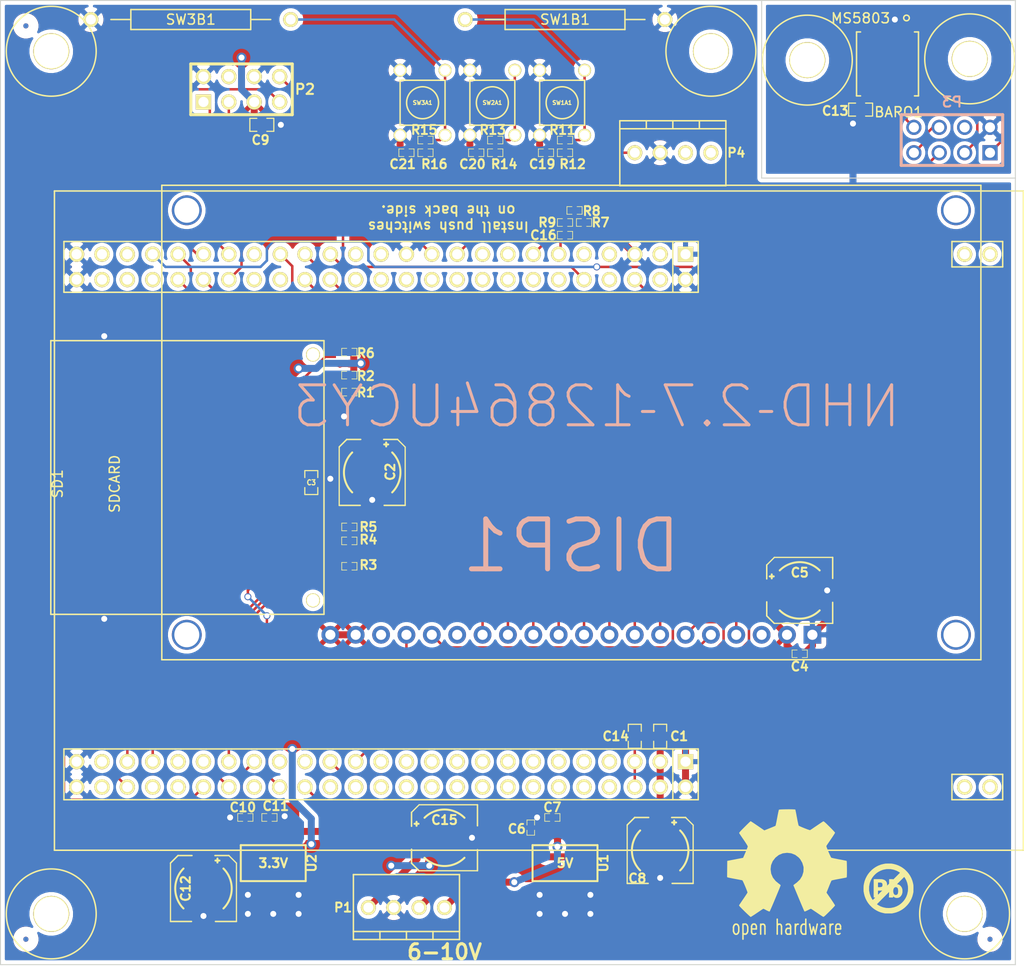
<source format=kicad_pcb>
(kicad_pcb (version 3) (host pcbnew "(22-Jun-2014 BZR 4027)-stable")
  (title_block (title "Diving Computer Prototype") (company "MC JBF"))
  (layers (15 F.Cu jumper) (0 B.Cu signal) (19 F.Paste user) (21 F.SilkS user) (22 B.Mask user) (23 F.Mask user) (28 Edge.Cuts user))
  (net 0 "")
  (net 1 +3.3V)
  (net 2 +5V)
  (net 3 +BATT)
  (net 4 DEPTH_CS)
  (net 5 FSMC_A16)
  (net 6 FSMC_D08)
  (net 7 FSMC_D09)
  (net 8 FSMC_D10)
  (net 9 FSMC_D11)
  (net 10 FSMC_D12)
  (net 11 FSMC_D13)
  (net 12 FSMC_D14)
  (net 13 FSMC_D15)
  (net 14 FSMC_NE1)
  (net 15 FSMC_NOE)
  (net 16 FSMC_NWE)
  (net 17 GND)
  (net 18 N-000001)
  (net 19 N-0000010)
  (net 20 N-0000011)
  (net 21 N-0000012)
  (net 22 N-0000013)
  (net 23 N-000002)
  (net 24 N-000003)
  (net 25 N-0000033)
  (net 26 N-0000037)
  (net 27 N-0000039)
  (net 28 N-000004)
  (net 29 RESET)
  (net 30 SDIO_CK)
  (net 31 SDIO_CMD)
  (net 32 SDIO_D0)
  (net 33 SDIO_D1)
  (net 34 SDIO_D2)
  (net 35 SDIO_D3)
  (net 36 SD_CD)
  (net 37 SD_WP)
  (net 38 SPI2_MISO)
  (net 39 SPI2_MOSI)
  (net 40 SPI2_SCK)
  (net 41 STM_3V)
  (net 42 SW1)
  (net 43 SW2)
  (net 44 SW3)
  (net 45 WATER)
  (module SM0603_Capa (layer F.Cu) (at 61.595 91.44 270)
    (fp_text reference C3 (at 0 0 360) (layer F.SilkS) (effects (font (size 0.508 0.4572) (thickness 0.1143))))
    (fp_text value 10uF hide)
    (pad 1 smd rect (at -0.762 0 270) (size 0.635 1.143) (layers F.Cu F.Paste F.Mask) (net 1 +3.3V))
    (pad 2 smd rect (at 0.762 0 270) (size 0.635 1.143) (layers F.Cu F.Paste F.Mask) (net 17 GND))
  )
  (module pin_array_4x2 (layer F.Cu) (at 54.61 52.07)
    (fp_text reference P2 (at 6.35 0) (layer F.SilkS) (effects (font (size 1.016 1.016) (thickness 0.2032))))
    (fp_text value CONN_4X2 hide)
    (pad 1 thru_hole rect (at -3.81 1.27) (size 1.524 1.524) (drill 1.016) (layers *.Cu *.Mask F.SilkS) (net 40 SPI2_SCK))
    (pad 2 thru_hole circle (at -3.81 -1.27) (size 1.524 1.524) (drill 1.016) (layers *.Cu *.Mask F.SilkS) (net 17 GND))
    (pad 3 thru_hole circle (at -1.27 1.27) (size 1.524 1.524) (drill 1.016) (layers *.Cu *.Mask F.SilkS) (net 4 DEPTH_CS))
    (pad 4 thru_hole circle (at -1.27 -1.27) (size 1.524 1.524) (drill 1.016) (layers *.Cu *.Mask F.SilkS))
    (pad 5 thru_hole circle (at 1.27 1.27) (size 1.524 1.524) (drill 1.016) (layers *.Cu *.Mask F.SilkS) (net 1 +3.3V))
    (pad 6 thru_hole circle (at 1.27 -1.27) (size 1.524 1.524) (drill 1.016) (layers *.Cu *.Mask F.SilkS) (net 17 GND))
    (pad 7 thru_hole circle (at 3.81 1.27) (size 1.524 1.524) (drill 1.016) (layers *.Cu *.Mask F.SilkS) (net 39 SPI2_MOSI))
    (pad 8 thru_hole circle (at 3.81 -1.27) (size 1.524 1.524) (drill 1.016) (layers *.Cu *.Mask F.SilkS) (net 38 SPI2_MISO))
  )
  (module M3_MOUNT (layer F.Cu) (at 127 134.62)
    (fp_text reference M3_MOUNT hide)
    (fp_text value VAL** hide)
    (pad "" np_thru_hole circle (at 0 0) (size 3.6 3.6) (drill 3.4) (layers *.Cu *.Mask F.SilkS))
  )
  (module M3_MOUNT (layer F.Cu) (at 35.56 48.26)
    (fp_text reference M3_MOUNT hide)
    (fp_text value VAL** hide)
    (pad "" np_thru_hole circle (at 0 0) (size 3.6 3.6) (drill 3.4) (layers *.Cu *.Mask F.SilkS))
  )
  (module pin_array_4x2 (layer B.Cu) (at 125.73 57.15 180)
    (fp_text reference P3 (at 0 3.81 180) (layer B.SilkS) (effects (font (size 1.016 1.016) (thickness 0.2032)) (justify mirror)))
    (fp_text value CONN_4X2 hide)
    (pad 1 thru_hole rect (at -3.81 -1.27 180) (size 1.524 1.524) (drill 1.016) (layers *.Cu *.Mask) (net 18 N-000001))
    (pad 2 thru_hole circle (at -3.81 1.27 180) (size 1.524 1.524) (drill 1.016) (layers *.Cu *.Mask) (net 17 GND))
    (pad 3 thru_hole circle (at -1.27 -1.27 180) (size 1.524 1.524) (drill 1.016) (layers *.Cu *.Mask) (net 22 N-0000013))
    (pad 4 thru_hole circle (at -1.27 1.27 180) (size 1.524 1.524) (drill 1.016) (layers *.Cu *.Mask))
    (pad 5 thru_hole circle (at 1.27 -1.27 180) (size 1.524 1.524) (drill 1.016) (layers *.Cu *.Mask) (net 21 N-0000012))
    (pad 6 thru_hole circle (at 1.27 1.27 180) (size 1.524 1.524) (drill 1.016) (layers *.Cu *.Mask) (net 23 N-000002))
    (pad 7 thru_hole circle (at 3.81 -1.27 180) (size 1.524 1.524) (drill 1.016) (layers *.Cu *.Mask) (net 24 N-000003))
    (pad 8 thru_hole circle (at 3.81 1.27 180) (size 1.524 1.524) (drill 1.016) (layers *.Cu *.Mask) (net 28 N-000004))
  )
  (module M3_MOUNT (layer F.Cu) (at 111.252 49.149)
    (fp_text reference M3_MOUNT hide)
    (fp_text value VAL** hide)
    (pad "" np_thru_hole circle (at 0 0) (size 3.6 3.6) (drill 3.4) (layers *.Cu *.Mask F.SilkS))
  )
  (module M3_MOUNT (layer F.Cu) (at 127.508 49.022)
    (fp_text reference M3_MOUNT hide)
    (fp_text value VAL** hide)
    (pad "" np_thru_hole circle (at 0 0) (size 3.6 3.6) (drill 3.4) (layers *.Cu *.Mask F.SilkS))
  )
  (module M3_MOUNT (layer F.Cu) (at 101.6 48.26)
    (fp_text reference M3_MOUNT hide)
    (fp_text value VAL** hide)
    (pad "" np_thru_hole circle (at 0 0) (size 3.6 3.6) (drill 3.4) (layers *.Cu *.Mask F.SilkS))
  )
  (module FIDUCIAL (layer F.Cu) (at 129.54 137.16)
    (fp_text reference FID2 hide)
    (fp_text value VAL** hide)
    (pad "" smd circle (at 0 0) (size 0.508 0.508) (layers B.Cu F.Mask) (clearance 1.016))
    (pad "" smd circle (at 0 0) (size 0.508 0.508) (layers F.Cu F.Mask) (clearance 1.016))
  )
  (module FIDUCIAL (layer F.Cu) (at 33.02 45.72)
    (fp_text reference FID3 hide)
    (fp_text value VAL** hide)
    (pad "" smd circle (at 0 0) (size 0.508 0.508) (layers B.Cu F.Mask) (clearance 1.016))
    (pad "" smd circle (at 0 0) (size 0.508 0.508) (layers F.Cu F.Mask) (clearance 1.016))
  )
  (module FIDUCIAL (layer F.Cu) (at 33.02 137.16)
    (fp_text reference FID1 hide)
    (fp_text value FID** hide)
    (pad "" smd circle (at 0 0) (size 0.508 0.508) (layers B.Cu F.Mask) (clearance 1.016))
    (pad "" smd circle (at 0 0) (size 0.508 0.508) (layers F.Cu F.Mask) (clearance 1.016))
  )
  (module M3_MOUNT (layer F.Cu) (at 35.56 134.62)
    (fp_text reference M3_MOUNT hide)
    (fp_text value VAL** hide)
    (pad "" np_thru_hole circle (at 0 0) (size 3.6 3.6) (drill 3.4) (layers *.Cu *.Mask F.SilkS))
  )
  (module MS5803 (layer F.Cu) (at 119.38 49.53 270)
    (fp_text reference BARO1 (at 4.826 -1.016 360) (layer F.SilkS))
    (fp_text value MS5803 (at -4.572 2.794 360) (layer F.SilkS))
    (pad 4 smd rect (at -2.7 2 90) (size 2.25 0.9) (layers F.Cu F.Paste F.Mask))
    (pad 3 smd rect (at -2.425 0.75 90) (size 2.8 0.9) (layers F.Cu F.Paste F.Mask) (net 22 N-0000013))
    (pad 2 smd rect (at -2.7 -0.55 90) (size 2.25 0.9) (layers F.Cu F.Paste F.Mask) (net 17 GND))
    (pad 1 smd rect (at -2.7 -1.8 90) (size 2.25 0.9) (layers F.Cu F.Paste F.Mask) (net 18 N-000001))
    (pad 8 smd rect (at 2.65 -1.8 90) (size 2.25 0.9) (layers F.Cu F.Paste F.Mask) (net 28 N-000004))
    (pad 7 smd rect (at 2.65 -0.55 90) (size 2.25 0.9) (layers F.Cu F.Paste F.Mask) (net 24 N-000003))
    (pad 6 smd rect (at 2.65 0.75 90) (size 2.25 0.9) (layers F.Cu F.Paste F.Mask) (net 23 N-000002))
    (pad 5 smd rect (at 2.65 2 90) (size 2.25 0.9) (layers F.Cu F.Paste F.Mask) (net 21 N-0000012))
  )
  (module 101-00405-75-ND (layer F.Cu) (at 63.5 99.822 270)
    (fp_text reference SD1 (at -8.255 27.305 270) (layer F.SilkS))
    (fp_text value SDCARD (at -8.255 21.59 270) (layer F.SilkS))
    (pad 12 smd rect (at -21.445 0.035 270) (size 1.2 1.2) (layers F.Cu F.Paste F.Mask) (net 37 SD_WP))
    (pad 8 smd rect (at -19.14 0.035 270) (size 0.7 1.2) (layers F.Cu F.Paste F.Mask) (net 33 SDIO_D1))
    (pad 7 smd rect (at -17.44 0.035 270) (size 0.7 1.2) (layers F.Cu F.Paste F.Mask) (net 32 SDIO_D0))
    (pad 6 smd rect (at -15.015 0.035 270) (size 0.7 1.2) (layers F.Cu F.Paste F.Mask) (net 17 GND))
    (pad 5 smd rect (at -12.515 0.035 270) (size 0.7 1.2) (layers F.Cu F.Paste F.Mask) (net 30 SDIO_CK))
    (pad 4 smd rect (at -10.015 0.035 270) (size 0.7 1.2) (layers F.Cu F.Paste F.Mask) (net 1 +3.3V))
    (pad 3 smd rect (at -7.515 0.035 270) (size 0.7 1.2) (layers F.Cu F.Paste F.Mask) (net 17 GND))
    (pad 11 smd rect (at -3.89 0.035 270) (size 0.95 1.2) (layers F.Cu F.Paste F.Mask) (net 36 SD_CD))
    (pad 2 smd rect (at -5.015 0.035 270) (size 0.7 1.2) (layers F.Cu F.Paste F.Mask) (net 31 SDIO_CMD))
    (pad 1 smd rect (at -2.515 0.035 270) (size 0.7 1.2) (layers F.Cu F.Paste F.Mask) (net 35 SDIO_D3))
    (pad 10 smd rect (at 5.26 22.635 270) (size 2.3 3) (layers F.Cu F.Paste F.Mask) (net 17 GND))
    (pad "" np_thru_hole circle (at 3.41 1.735 270) (size 1.4 1.4) (drill 1.2) (layers *.Cu *.Mask F.SilkS))
    (pad "" np_thru_hole circle (at -21.19 1.735 270) (size 1.4 1.4) (drill 1.2) (layers *.Cu *.Mask F.SilkS))
    (pad 10 smd rect (at -23.04 22.635 270) (size 2.3 3) (layers F.Cu F.Paste F.Mask) (net 17 GND))
    (pad 9 smd rect (at -0.015 0.035 270) (size 0.7 1.2) (layers F.Cu F.Paste F.Mask) (net 34 SDIO_D2))
  )
  (module P8008S-ND (layer F.Cu) (at 77.47 50.165)
    (fp_text reference SW2A1 (at 2.25 3.25) (layer F.SilkS) (effects (font (size 0.4 0.4) (thickness 0.1))))
    (fp_text value SW_PUSH hide)
    (pad 2 thru_hole circle (at 4.5 0) (size 1.3 1.3) (drill 1) (layers *.Cu *.Mask F.SilkS) (net 25 N-0000033))
    (pad 2 thru_hole circle (at 4.5 6.5) (size 1.3 1.3) (drill 1) (layers *.Cu *.Mask F.SilkS) (net 25 N-0000033))
    (pad 1 thru_hole circle (at 0 6.5) (size 1.3 1.3) (drill 1) (layers *.Cu *.Mask F.SilkS) (net 17 GND))
    (pad 1 thru_hole circle (at 0 0) (size 1.3 1.3) (drill 1) (layers *.Cu *.Mask F.SilkS) (net 17 GND))
  )
  (module REED (layer F.Cu) (at 86.995 45.085 180)
    (fp_text reference SW1B1 (at 0 0 180) (layer F.SilkS))
    (fp_text value SW_PUSH hide)
    (pad 2 thru_hole circle (at 10 0 180) (size 1.5 1.5) (drill 1) (layers *.Cu *.Mask F.SilkS) (net 27 N-0000039))
    (pad 1 thru_hole circle (at -10 0 180) (size 1.5 1.5) (drill 1) (layers *.Cu *.Mask F.SilkS) (net 17 GND))
  )
  (module REED (layer F.Cu) (at 49.53 45.085)
    (fp_text reference SW3B1 (at 0 0) (layer F.SilkS))
    (fp_text value SW_PUSH hide)
    (pad 2 thru_hole circle (at 10 0) (size 1.5 1.5) (drill 1) (layers *.Cu *.Mask F.SilkS) (net 26 N-0000037))
    (pad 1 thru_hole circle (at -10 0) (size 1.5 1.5) (drill 1) (layers *.Cu *.Mask F.SilkS) (net 17 GND))
  )
  (module ED10563-ND (layer F.Cu) (at 101.6 58.42 180)
    (fp_text reference P4 (at -2.54 0 180) (layer F.SilkS) (effects (font (size 0.9 0.9) (thickness 0.2))))
    (fp_text value CONN_4 hide)
    (pad 1 thru_hole circle (at 0 0 180) (size 1.5 1.5) (drill 1) (layers *.Cu *.Mask F.SilkS))
    (pad 2 thru_hole circle (at 2.54 0 180) (size 1.5 1.5) (drill 1) (layers *.Cu *.Mask F.SilkS))
    (pad 3 thru_hole circle (at 5.08 0 180) (size 1.5 1.5) (drill 1) (layers *.Cu *.Mask F.SilkS) (net 17 GND))
    (pad 4 thru_hole circle (at 7.62 0 180) (size 1.5 1.5) (drill 1) (layers *.Cu *.Mask F.SilkS) (net 45 WATER))
  )
  (module ED10563-ND (layer F.Cu) (at 67.31 133.985)
    (fp_text reference P1 (at -2.54 0) (layer F.SilkS) (effects (font (size 0.9 0.9) (thickness 0.2))))
    (fp_text value CONN_4 hide)
    (pad 1 thru_hole circle (at 0 0) (size 1.5 1.5) (drill 1) (layers *.Cu *.Mask F.SilkS) (net 3 +BATT))
    (pad 2 thru_hole circle (at 2.54 0) (size 1.5 1.5) (drill 1) (layers *.Cu *.Mask F.SilkS) (net 17 GND))
    (pad 3 thru_hole circle (at 5.08 0) (size 1.5 1.5) (drill 1) (layers *.Cu *.Mask F.SilkS) (net 1 +3.3V))
    (pad 4 thru_hole circle (at 7.62 0) (size 1.5 1.5) (drill 1) (layers *.Cu *.Mask F.SilkS) (net 2 +5V))
  )
  (module SM0402 (layer F.Cu) (at 65.405 95.885)
    (fp_text reference R5 (at 1.905 0) (layer F.SilkS) (effects (font (size 0.9 0.9) (thickness 0.2))))
    (fp_text value 100k hide)
    (pad 1 smd rect (at -0.44958 0) (size 0.39878 0.59944) (layers F.Cu F.Paste F.Mask) (net 36 SD_CD))
    (pad 2 smd rect (at 0.44958 0) (size 0.39878 0.59944) (layers F.Cu F.Paste F.Mask) (net 1 +3.3V))
  )
  (module SM0402 (layer F.Cu) (at 65.4 97.282 180)
    (fp_text reference R4 (at -1.91 0.127 180) (layer F.SilkS) (effects (font (size 0.9 0.9) (thickness 0.2))))
    (fp_text value 100k hide)
    (pad 1 smd rect (at -0.44958 0 180) (size 0.39878 0.59944) (layers F.Cu F.Paste F.Mask) (net 1 +3.3V))
    (pad 2 smd rect (at 0.44958 0 180) (size 0.39878 0.59944) (layers F.Cu F.Paste F.Mask) (net 35 SDIO_D3))
  )
  (module SM0402 (layer F.Cu) (at 65.405 99.822 180)
    (fp_text reference R3 (at -1.905 0.127 180) (layer F.SilkS) (effects (font (size 0.9 0.9) (thickness 0.2))))
    (fp_text value 100k hide)
    (pad 1 smd rect (at -0.44958 0 180) (size 0.39878 0.59944) (layers F.Cu F.Paste F.Mask) (net 1 +3.3V))
    (pad 2 smd rect (at 0.44958 0 180) (size 0.39878 0.59944) (layers F.Cu F.Paste F.Mask) (net 34 SDIO_D2))
  )
  (module SM0402_c (layer F.Cu) (at 110.49 108.585)
    (fp_text reference C4 (at 0 1.27) (layer F.SilkS) (effects (font (size 0.9 0.9) (thickness 0.2))))
    (fp_text value 1uF hide)
    (pad 1 smd rect (at -0.44958 0) (size 0.39878 0.59944) (layers F.Cu F.Paste F.Mask) (net 1 +3.3V))
    (pad 2 smd rect (at 0.44958 0) (size 0.39878 0.59944) (layers F.Cu F.Paste F.Mask) (net 17 GND))
  )
  (module SM0402_c (layer F.Cu) (at 54.991 124.968 180)
    (fp_text reference C10 (at 0.254 1.016 180) (layer F.SilkS) (effects (font (size 0.9 0.9) (thickness 0.2))))
    (fp_text value 1uF hide)
    (pad 1 smd rect (at -0.44958 0 180) (size 0.39878 0.59944) (layers F.Cu F.Paste F.Mask) (net 3 +BATT))
    (pad 2 smd rect (at 0.44958 0 180) (size 0.39878 0.59944) (layers F.Cu F.Paste F.Mask) (net 17 GND))
  )
  (module SM0402 (layer F.Cu) (at 65.4 82.382 180)
    (fp_text reference R1 (at -1.656 -0.041 180) (layer F.SilkS) (effects (font (size 0.9 0.9) (thickness 0.2))))
    (fp_text value 100k hide)
    (pad 1 smd rect (at -0.44958 0 180) (size 0.39878 0.59944) (layers F.Cu F.Paste F.Mask) (net 1 +3.3V))
    (pad 2 smd rect (at 0.44958 0 180) (size 0.39878 0.59944) (layers F.Cu F.Paste F.Mask) (net 32 SDIO_D0))
  )
  (module SM0402 (layer F.Cu) (at 65.4 80.682 180)
    (fp_text reference R2 (at -1.656 -0.09 180) (layer F.SilkS) (effects (font (size 0.9 0.9) (thickness 0.2))))
    (fp_text value 100k hide)
    (pad 1 smd rect (at -0.44958 0 180) (size 0.39878 0.59944) (layers F.Cu F.Paste F.Mask) (net 1 +3.3V))
    (pad 2 smd rect (at 0.44958 0 180) (size 0.39878 0.59944) (layers F.Cu F.Paste F.Mask) (net 33 SDIO_D1))
  )
  (module stm32f4_discovery_header (layer F.Cu) (at 38.1 121.92)
    (fp_text reference J1 hide)
    (fp_text value STM32F4_DISCOVERY_HEADER hide)
    (pad 103 thru_hole circle (at 91.44 0) (size 1.524 1.524) (drill 1.016) (layers *.Cu *.Mask F.SilkS))
    (pad 104 thru_hole circle (at 88.9 0) (size 1.524 1.524) (drill 1.016) (layers *.Cu *.Mask F.SilkS))
    (pad 51 thru_hole circle (at 0 -2.54) (size 1.524 1.524) (drill 1.016) (layers *.Cu *.Mask F.SilkS) (net 17 GND))
    (pad 53 thru_hole circle (at 2.54 -2.54) (size 1.524 1.524) (drill 1.016) (layers *.Cu *.Mask F.SilkS))
    (pad 55 thru_hole circle (at 5.08 -2.54) (size 1.524 1.524) (drill 1.016) (layers *.Cu *.Mask F.SilkS) (net 32 SDIO_D0))
    (pad 57 thru_hole circle (at 7.62 -2.54) (size 1.524 1.524) (drill 1.016) (layers *.Cu *.Mask F.SilkS) (net 36 SD_CD))
    (pad 59 thru_hole circle (at 10.16 -2.54) (size 1.524 1.524) (drill 1.016) (layers *.Cu *.Mask F.SilkS))
    (pad 61 thru_hole circle (at 12.7 -2.54) (size 1.524 1.524) (drill 1.016) (layers *.Cu *.Mask F.SilkS))
    (pad 63 thru_hole circle (at 15.24 -2.54) (size 1.524 1.524) (drill 1.016) (layers *.Cu *.Mask F.SilkS) (net 34 SDIO_D2))
    (pad 65 thru_hole circle (at 17.78 -2.54) (size 1.524 1.524) (drill 1.016) (layers *.Cu *.Mask F.SilkS) (net 30 SDIO_CK))
    (pad 67 thru_hole circle (at 20.32 -2.54) (size 1.524 1.524) (drill 1.016) (layers *.Cu *.Mask F.SilkS))
    (pad 69 thru_hole circle (at 22.86 -2.54) (size 1.524 1.524) (drill 1.016) (layers *.Cu *.Mask F.SilkS))
    (pad 71 thru_hole circle (at 25.4 -2.54) (size 1.524 1.524) (drill 1.016) (layers *.Cu *.Mask F.SilkS) (net 16 FSMC_NWE))
    (pad 73 thru_hole circle (at 27.94 -2.54) (size 1.524 1.524) (drill 1.016) (layers *.Cu *.Mask F.SilkS) (net 14 FSMC_NE1))
    (pad 75 thru_hole circle (at 30.48 -2.54) (size 1.524 1.524) (drill 1.016) (layers *.Cu *.Mask F.SilkS))
    (pad 77 thru_hole circle (at 33.02 -2.54) (size 1.524 1.524) (drill 1.016) (layers *.Cu *.Mask F.SilkS))
    (pad 79 thru_hole circle (at 35.56 -2.54) (size 1.524 1.524) (drill 1.016) (layers *.Cu *.Mask F.SilkS))
    (pad 81 thru_hole circle (at 38.1 -2.54) (size 1.524 1.524) (drill 1.016) (layers *.Cu *.Mask F.SilkS))
    (pad 83 thru_hole circle (at 40.64 -2.54) (size 1.524 1.524) (drill 1.016) (layers *.Cu *.Mask F.SilkS))
    (pad 85 thru_hole circle (at 43.18 -2.54) (size 1.524 1.524) (drill 1.016) (layers *.Cu *.Mask F.SilkS))
    (pad 87 thru_hole circle (at 45.72 -2.54) (size 1.524 1.524) (drill 1.016) (layers *.Cu *.Mask F.SilkS))
    (pad 89 thru_hole circle (at 48.26 -2.54) (size 1.524 1.524) (drill 1.016) (layers *.Cu *.Mask F.SilkS))
    (pad 91 thru_hole circle (at 50.8 -2.54) (size 1.524 1.524) (drill 1.016) (layers *.Cu *.Mask F.SilkS))
    (pad 93 thru_hole circle (at 53.34 -2.54) (size 1.524 1.524) (drill 1.016) (layers *.Cu *.Mask F.SilkS))
    (pad 95 thru_hole circle (at 55.88 -2.54) (size 1.524 1.524) (drill 1.016) (layers *.Cu *.Mask F.SilkS) (net 41 STM_3V))
    (pad 97 thru_hole circle (at 58.42 -2.54) (size 1.524 1.524) (drill 1.016) (layers *.Cu *.Mask F.SilkS) (net 2 +5V))
    (pad 99 thru_hole rect (at 60.96 -2.54) (size 1.524 1.524) (drill 1.016) (layers *.Cu *.Mask F.SilkS) (net 17 GND))
    (pad 100 thru_hole circle (at 60.96 0) (size 1.524 1.524) (drill 1.016) (layers *.Cu *.Mask F.SilkS) (net 17 GND))
    (pad 98 thru_hole circle (at 58.42 0) (size 1.524 1.524) (drill 1.016) (layers *.Cu *.Mask F.SilkS) (net 2 +5V))
    (pad 96 thru_hole circle (at 55.88 0) (size 1.524 1.524) (drill 1.016) (layers *.Cu *.Mask F.SilkS) (net 41 STM_3V))
    (pad 94 thru_hole circle (at 53.34 0) (size 1.524 1.524) (drill 1.016) (layers *.Cu *.Mask F.SilkS))
    (pad 92 thru_hole circle (at 50.8 0) (size 1.524 1.524) (drill 1.016) (layers *.Cu *.Mask F.SilkS))
    (pad 90 thru_hole circle (at 48.26 0) (size 1.524 1.524) (drill 1.016) (layers *.Cu *.Mask F.SilkS))
    (pad 88 thru_hole circle (at 45.72 0) (size 1.524 1.524) (drill 1.016) (layers *.Cu *.Mask F.SilkS))
    (pad 86 thru_hole circle (at 43.18 0) (size 1.524 1.524) (drill 1.016) (layers *.Cu *.Mask F.SilkS))
    (pad 84 thru_hole circle (at 40.64 0) (size 1.524 1.524) (drill 1.016) (layers *.Cu *.Mask F.SilkS))
    (pad 82 thru_hole circle (at 38.1 0) (size 1.524 1.524) (drill 1.016) (layers *.Cu *.Mask F.SilkS))
    (pad 80 thru_hole circle (at 35.56 0) (size 1.524 1.524) (drill 1.016) (layers *.Cu *.Mask F.SilkS))
    (pad 78 thru_hole circle (at 33.02 0) (size 1.524 1.524) (drill 1.016) (layers *.Cu *.Mask F.SilkS))
    (pad 76 thru_hole circle (at 30.48 0) (size 1.524 1.524) (drill 1.016) (layers *.Cu *.Mask F.SilkS))
    (pad 74 thru_hole circle (at 27.94 0) (size 1.524 1.524) (drill 1.016) (layers *.Cu *.Mask F.SilkS))
    (pad 72 thru_hole circle (at 25.4 0) (size 1.524 1.524) (drill 1.016) (layers *.Cu *.Mask F.SilkS))
    (pad 70 thru_hole circle (at 22.86 0) (size 1.524 1.524) (drill 1.016) (layers *.Cu *.Mask F.SilkS) (net 15 FSMC_NOE))
    (pad 68 thru_hole circle (at 20.32 0) (size 1.524 1.524) (drill 1.016) (layers *.Cu *.Mask F.SilkS) (net 31 SDIO_CMD))
    (pad 66 thru_hole circle (at 17.78 0) (size 1.524 1.524) (drill 1.016) (layers *.Cu *.Mask F.SilkS))
    (pad 64 thru_hole circle (at 15.24 0) (size 1.524 1.524) (drill 1.016) (layers *.Cu *.Mask F.SilkS) (net 35 SDIO_D3))
    (pad 62 thru_hole circle (at 12.7 0) (size 1.524 1.524) (drill 1.016) (layers *.Cu *.Mask F.SilkS) (net 37 SD_WP))
    (pad 60 thru_hole circle (at 10.16 0) (size 1.524 1.524) (drill 1.016) (layers *.Cu *.Mask F.SilkS))
    (pad 58 thru_hole circle (at 7.62 0) (size 1.524 1.524) (drill 1.016) (layers *.Cu *.Mask F.SilkS))
    (pad 56 thru_hole circle (at 5.08 0) (size 1.524 1.524) (drill 1.016) (layers *.Cu *.Mask F.SilkS) (net 33 SDIO_D1))
    (pad 54 thru_hole circle (at 2.54 0) (size 1.524 1.524) (drill 1.016) (layers *.Cu *.Mask F.SilkS))
    (pad 52 thru_hole circle (at 0 0) (size 1.524 1.524) (drill 1.016) (layers *.Cu *.Mask F.SilkS) (net 17 GND))
    (pad 50 thru_hole circle (at 0 -50.8) (size 1.524 1.524) (drill 1.016) (layers *.Cu *.Mask F.SilkS) (net 17 GND))
    (pad 48 thru_hole circle (at 2.54 -50.8) (size 1.524 1.524) (drill 1.016) (layers *.Cu *.Mask F.SilkS))
    (pad 46 thru_hole circle (at 5.08 -50.8) (size 1.524 1.524) (drill 1.016) (layers *.Cu *.Mask F.SilkS))
    (pad 44 thru_hole circle (at 7.62 -50.8) (size 1.524 1.524) (drill 1.016) (layers *.Cu *.Mask F.SilkS))
    (pad 42 thru_hole circle (at 10.16 -50.8) (size 1.524 1.524) (drill 1.016) (layers *.Cu *.Mask F.SilkS) (net 13 FSMC_D15))
    (pad 40 thru_hole circle (at 12.7 -50.8) (size 1.524 1.524) (drill 1.016) (layers *.Cu *.Mask F.SilkS) (net 11 FSMC_D13))
    (pad 38 thru_hole circle (at 15.24 -50.8) (size 1.524 1.524) (drill 1.016) (layers *.Cu *.Mask F.SilkS) (net 4 DEPTH_CS))
    (pad 36 thru_hole circle (at 17.78 -50.8) (size 1.524 1.524) (drill 1.016) (layers *.Cu *.Mask F.SilkS))
    (pad 34 thru_hole circle (at 20.395 -50.8) (size 1.524 1.524) (drill 1.016) (layers *.Cu *.Mask F.SilkS))
    (pad 32 thru_hole circle (at 22.86 -50.8) (size 1.524 1.524) (drill 1.016) (layers *.Cu *.Mask F.SilkS) (net 9 FSMC_D11))
    (pad 30 thru_hole circle (at 25.4 -50.8) (size 1.524 1.524) (drill 1.016) (layers *.Cu *.Mask F.SilkS) (net 7 FSMC_D09))
    (pad 28 thru_hole circle (at 27.94 -50.8) (size 1.524 1.524) (drill 1.016) (layers *.Cu *.Mask F.SilkS))
    (pad 26 thru_hole circle (at 30.48 -50.8) (size 1.524 1.524) (drill 1.016) (layers *.Cu *.Mask F.SilkS))
    (pad 24 thru_hole circle (at 33.02 -50.8) (size 1.524 1.524) (drill 1.016) (layers *.Cu *.Mask F.SilkS))
    (pad 22 thru_hole circle (at 35.56 -50.8) (size 1.524 1.524) (drill 1.016) (layers *.Cu *.Mask F.SilkS))
    (pad 20 thru_hole circle (at 38.1 -50.8) (size 1.524 1.524) (drill 1.016) (layers *.Cu *.Mask F.SilkS))
    (pad 18 thru_hole circle (at 40.64 -50.8) (size 1.524 1.524) (drill 1.016) (layers *.Cu *.Mask F.SilkS))
    (pad 16 thru_hole circle (at 43.18 -50.8) (size 1.524 1.524) (drill 1.016) (layers *.Cu *.Mask F.SilkS))
    (pad 14 thru_hole circle (at 45.72 -50.8) (size 1.524 1.524) (drill 1.016) (layers *.Cu *.Mask F.SilkS))
    (pad 12 thru_hole circle (at 48.26 -50.8) (size 1.524 1.524) (drill 1.016) (layers *.Cu *.Mask F.SilkS))
    (pad 10 thru_hole circle (at 50.8 -50.8) (size 1.524 1.524) (drill 1.016) (layers *.Cu *.Mask F.SilkS) (net 38 SPI2_MISO))
    (pad 8 thru_hole circle (at 53.34 -50.8) (size 1.524 1.524) (drill 1.016) (layers *.Cu *.Mask F.SilkS))
    (pad 6 thru_hole circle (at 55.88 -50.8) (size 1.524 1.524) (drill 1.016) (layers *.Cu *.Mask F.SilkS) (net 29 RESET))
    (pad 4 thru_hole circle (at 58.42 -50.8) (size 1.524 1.524) (drill 1.016) (layers *.Cu *.Mask F.SilkS))
    (pad 2 thru_hole circle (at 60.96 -50.8) (size 1.524 1.524) (drill 1.016) (layers *.Cu *.Mask F.SilkS) (net 17 GND))
    (pad 1 thru_hole rect (at 60.96 -53.34) (size 1.524 1.524) (drill 1.016) (layers *.Cu *.Mask F.SilkS) (net 17 GND))
    (pad 3 thru_hole circle (at 58.42 -53.34) (size 1.524 1.524) (drill 1.016) (layers *.Cu *.Mask F.SilkS))
    (pad 5 thru_hole circle (at 55.88 -53.34) (size 1.524 1.524) (drill 1.016) (layers *.Cu *.Mask F.SilkS) (net 17 GND))
    (pad 7 thru_hole circle (at 53.34 -53.34) (size 1.524 1.524) (drill 1.016) (layers *.Cu *.Mask F.SilkS))
    (pad 9 thru_hole circle (at 50.8 -53.34) (size 1.524 1.524) (drill 1.016) (layers *.Cu *.Mask F.SilkS))
    (pad 11 thru_hole circle (at 48.26 -53.34) (size 1.524 1.524) (drill 1.016) (layers *.Cu *.Mask F.SilkS) (net 45 WATER))
    (pad 13 thru_hole circle (at 45.72 -53.34) (size 1.524 1.524) (drill 1.016) (layers *.Cu *.Mask F.SilkS) (net 42 SW1))
    (pad 15 thru_hole circle (at 43.18 -53.34) (size 1.524 1.524) (drill 1.016) (layers *.Cu *.Mask F.SilkS))
    (pad 17 thru_hole circle (at 40.64 -53.34) (size 1.524 1.524) (drill 1.016) (layers *.Cu *.Mask F.SilkS))
    (pad 19 thru_hole circle (at 38.1 -53.34) (size 1.524 1.524) (drill 1.016) (layers *.Cu *.Mask F.SilkS) (net 43 SW2))
    (pad 21 thru_hole circle (at 35.56 -53.34) (size 1.524 1.524) (drill 1.016) (layers *.Cu *.Mask F.SilkS) (net 44 SW3))
    (pad 23 thru_hole circle (at 33.02 -53.34) (size 1.524 1.524) (drill 1.016) (layers *.Cu *.Mask F.SilkS) (net 17 GND))
    (pad 25 thru_hole circle (at 30.48 -53.34) (size 1.524 1.524) (drill 1.016) (layers *.Cu *.Mask F.SilkS))
    (pad 27 thru_hole circle (at 27.94 -53.34) (size 1.524 1.524) (drill 1.016) (layers *.Cu *.Mask F.SilkS))
    (pad 29 thru_hole circle (at 25.4 -53.34) (size 1.524 1.524) (drill 1.016) (layers *.Cu *.Mask F.SilkS) (net 6 FSMC_D08))
    (pad 31 thru_hole circle (at 22.86 -53.34) (size 1.524 1.524) (drill 1.016) (layers *.Cu *.Mask F.SilkS) (net 8 FSMC_D10))
    (pad 33 thru_hole circle (at 20.395 -53.34) (size 1.524 1.524) (drill 1.016) (layers *.Cu *.Mask F.SilkS) (net 10 FSMC_D12))
    (pad 35 thru_hole circle (at 17.78 -53.34) (size 1.524 1.524) (drill 1.016) (layers *.Cu *.Mask F.SilkS))
    (pad 37 thru_hole circle (at 15.24 -53.34) (size 1.524 1.524) (drill 1.016) (layers *.Cu *.Mask F.SilkS) (net 40 SPI2_SCK))
    (pad 39 thru_hole circle (at 12.7 -53.34) (size 1.524 1.524) (drill 1.016) (layers *.Cu *.Mask F.SilkS) (net 39 SPI2_MOSI))
    (pad 41 thru_hole circle (at 10.16 -53.34) (size 1.524 1.524) (drill 1.016) (layers *.Cu *.Mask F.SilkS) (net 12 FSMC_D14))
    (pad 43 thru_hole circle (at 7.62 -53.34) (size 1.524 1.524) (drill 1.016) (layers *.Cu *.Mask F.SilkS) (net 5 FSMC_A16))
    (pad 45 thru_hole circle (at 5.08 -53.34) (size 1.524 1.524) (drill 1.016) (layers *.Cu *.Mask F.SilkS))
    (pad 47 thru_hole circle (at 2.54 -53.34) (size 1.524 1.524) (drill 1.016) (layers *.Cu *.Mask F.SilkS))
    (pad 49 thru_hole circle (at 0 -53.34) (size 1.524 1.524) (drill 1.016) (layers *.Cu *.Mask F.SilkS) (net 17 GND))
    (pad 102 thru_hole circle (at 88.9 -53.34) (size 1.524 1.524) (drill 1.016) (layers *.Cu *.Mask F.SilkS))
    (pad 101 thru_hole circle (at 91.44 -53.34) (size 1.524 1.524) (drill 1.016) (layers *.Cu *.Mask F.SilkS))
  )
  (module SM0402 (layer F.Cu) (at 65.4 78.382)
    (fp_text reference R6 (at 1.656 0.104) (layer F.SilkS) (effects (font (size 0.9 0.9) (thickness 0.2))))
    (fp_text value 100k hide)
    (pad 1 smd rect (at -0.44958 0) (size 0.39878 0.59944) (layers F.Cu F.Paste F.Mask) (net 37 SD_WP))
    (pad 2 smd rect (at 0.44958 0) (size 0.39878 0.59944) (layers F.Cu F.Paste F.Mask) (net 1 +3.3V))
  )
  (module P8008S-ND (layer F.Cu) (at 70.485 50.165)
    (fp_text reference SW3A1 (at 2.25 3.25) (layer F.SilkS) (effects (font (size 0.4 0.4) (thickness 0.1))))
    (fp_text value SW_PUSH hide)
    (pad 2 thru_hole circle (at 4.5 0) (size 1.3 1.3) (drill 1) (layers *.Cu *.Mask F.SilkS) (net 26 N-0000037))
    (pad 2 thru_hole circle (at 4.5 6.5) (size 1.3 1.3) (drill 1) (layers *.Cu *.Mask F.SilkS) (net 26 N-0000037))
    (pad 1 thru_hole circle (at 0 6.5) (size 1.3 1.3) (drill 1) (layers *.Cu *.Mask F.SilkS) (net 17 GND))
    (pad 1 thru_hole circle (at 0 0) (size 1.3 1.3) (drill 1) (layers *.Cu *.Mask F.SilkS) (net 17 GND))
  )
  (module SM0402 (layer F.Cu) (at 73.025 57.15 180)
    (fp_text reference R15 (at 0.127 1.016 180) (layer F.SilkS) (effects (font (size 0.9 0.9) (thickness 0.2))))
    (fp_text value 100k hide)
    (pad 1 smd rect (at -0.44958 0 180) (size 0.39878 0.59944) (layers F.Cu F.Paste F.Mask) (net 26 N-0000037))
    (pad 2 smd rect (at 0.44958 0 180) (size 0.39878 0.59944) (layers F.Cu F.Paste F.Mask) (net 1 +3.3V))
  )
  (module SM0402 (layer F.Cu) (at 73.025 58.42 180)
    (fp_text reference R16 (at -0.889 -1.143 180) (layer F.SilkS) (effects (font (size 0.9 0.9) (thickness 0.2))))
    (fp_text value 100k hide)
    (pad 1 smd rect (at -0.44958 0 180) (size 0.39878 0.59944) (layers F.Cu F.Paste F.Mask) (net 26 N-0000037))
    (pad 2 smd rect (at 0.44958 0 180) (size 0.39878 0.59944) (layers F.Cu F.Paste F.Mask) (net 44 SW3))
  )
  (module SM0402_c (layer F.Cu) (at 71.12 58.42 180)
    (fp_text reference C21 (at 0.381 -1.143 180) (layer F.SilkS) (effects (font (size 0.9 0.9) (thickness 0.2))))
    (fp_text value 1uF hide)
    (pad 1 smd rect (at -0.44958 0 180) (size 0.39878 0.59944) (layers F.Cu F.Paste F.Mask) (net 44 SW3))
    (pad 2 smd rect (at 0.44958 0 180) (size 0.39878 0.59944) (layers F.Cu F.Paste F.Mask) (net 17 GND))
  )
  (module SM0402_c (layer F.Cu) (at 78.105 58.42 180)
    (fp_text reference C20 (at 0.381 -1.143 180) (layer F.SilkS) (effects (font (size 0.9 0.9) (thickness 0.2))))
    (fp_text value 1uF hide)
    (pad 1 smd rect (at -0.44958 0 180) (size 0.39878 0.59944) (layers F.Cu F.Paste F.Mask) (net 43 SW2))
    (pad 2 smd rect (at 0.44958 0 180) (size 0.39878 0.59944) (layers F.Cu F.Paste F.Mask) (net 17 GND))
  )
  (module SM0402 (layer F.Cu) (at 80.01 57.15 180)
    (fp_text reference R13 (at 0.254 1.016 180) (layer F.SilkS) (effects (font (size 0.9 0.9) (thickness 0.2))))
    (fp_text value 100k hide)
    (pad 1 smd rect (at -0.44958 0 180) (size 0.39878 0.59944) (layers F.Cu F.Paste F.Mask) (net 25 N-0000033))
    (pad 2 smd rect (at 0.44958 0 180) (size 0.39878 0.59944) (layers F.Cu F.Paste F.Mask) (net 1 +3.3V))
  )
  (module SM0402 (layer F.Cu) (at 80.01 58.42 180)
    (fp_text reference R14 (at -0.889 -1.143 180) (layer F.SilkS) (effects (font (size 0.9 0.9) (thickness 0.2))))
    (fp_text value 100k hide)
    (pad 1 smd rect (at -0.44958 0 180) (size 0.39878 0.59944) (layers F.Cu F.Paste F.Mask) (net 25 N-0000033))
    (pad 2 smd rect (at 0.44958 0 180) (size 0.39878 0.59944) (layers F.Cu F.Paste F.Mask) (net 43 SW2))
  )
  (module SM0402_c (layer F.Cu) (at 85.09 58.42 180)
    (fp_text reference C19 (at 0.381 -1.143 180) (layer F.SilkS) (effects (font (size 0.9 0.9) (thickness 0.2))))
    (fp_text value 1uF hide)
    (pad 1 smd rect (at -0.44958 0 180) (size 0.39878 0.59944) (layers F.Cu F.Paste F.Mask) (net 42 SW1))
    (pad 2 smd rect (at 0.44958 0 180) (size 0.39878 0.59944) (layers F.Cu F.Paste F.Mask) (net 17 GND))
  )
  (module SM0402 (layer F.Cu) (at 86.995 58.42 180)
    (fp_text reference R12 (at -0.762 -1.143 180) (layer F.SilkS) (effects (font (size 0.9 0.9) (thickness 0.2))))
    (fp_text value 100k hide)
    (pad 1 smd rect (at -0.44958 0 180) (size 0.39878 0.59944) (layers F.Cu F.Paste F.Mask) (net 27 N-0000039))
    (pad 2 smd rect (at 0.44958 0 180) (size 0.39878 0.59944) (layers F.Cu F.Paste F.Mask) (net 42 SW1))
  )
  (module P8008S-ND (layer F.Cu) (at 84.455 50.165)
    (fp_text reference SW1A1 (at 2.25 3.25) (layer F.SilkS) (effects (font (size 0.4 0.4) (thickness 0.1))))
    (fp_text value SW_PUSH hide)
    (pad 2 thru_hole circle (at 4.5 0) (size 1.3 1.3) (drill 1) (layers *.Cu *.Mask F.SilkS) (net 27 N-0000039))
    (pad 2 thru_hole circle (at 4.5 6.5) (size 1.3 1.3) (drill 1) (layers *.Cu *.Mask F.SilkS) (net 27 N-0000039))
    (pad 1 thru_hole circle (at 0 6.5) (size 1.3 1.3) (drill 1) (layers *.Cu *.Mask F.SilkS) (net 17 GND))
    (pad 1 thru_hole circle (at 0 0) (size 1.3 1.3) (drill 1) (layers *.Cu *.Mask F.SilkS) (net 17 GND))
  )
  (module SM0402 (layer F.Cu) (at 86.995 57.15 180)
    (fp_text reference R11 (at 0.254 1.016 180) (layer F.SilkS) (effects (font (size 0.9 0.9) (thickness 0.2))))
    (fp_text value 100k hide)
    (pad 1 smd rect (at -0.44958 0 180) (size 0.39878 0.59944) (layers F.Cu F.Paste F.Mask) (net 27 N-0000039))
    (pad 2 smd rect (at 0.44958 0 180) (size 0.39878 0.59944) (layers F.Cu F.Paste F.Mask) (net 1 +3.3V))
  )
  (module SM0402_c (layer F.Cu) (at 57.404 124.968)
    (fp_text reference C11 (at 0.635 -1.143) (layer F.SilkS) (effects (font (size 0.9 0.9) (thickness 0.2))))
    (fp_text value 1uF hide)
    (pad 1 smd rect (at -0.44958 0) (size 0.39878 0.59944) (layers F.Cu F.Paste F.Mask) (net 1 +3.3V))
    (pad 2 smd rect (at 0.44958 0) (size 0.39878 0.59944) (layers F.Cu F.Paste F.Mask) (net 17 GND))
  )
  (module SM0402_c (layer F.Cu) (at 83.566 125.984 90)
    (fp_text reference C6 (at -0.127 -1.397 180) (layer F.SilkS) (effects (font (size 0.9 0.9) (thickness 0.2))))
    (fp_text value 1uF hide)
    (pad 1 smd rect (at -0.44958 0 90) (size 0.39878 0.59944) (layers F.Cu F.Paste F.Mask) (net 3 +BATT))
    (pad 2 smd rect (at 0.44958 0 90) (size 0.39878 0.59944) (layers F.Cu F.Paste F.Mask) (net 17 GND))
  )
  (module SM0402_c (layer F.Cu) (at 85.725 124.968 180)
    (fp_text reference C7 (at 0 1.016 180) (layer F.SilkS) (effects (font (size 0.9 0.9) (thickness 0.2))))
    (fp_text value 1uF hide)
    (pad 1 smd rect (at -0.44958 0 180) (size 0.39878 0.59944) (layers F.Cu F.Paste F.Mask) (net 2 +5V))
    (pad 2 smd rect (at 0.44958 0 180) (size 0.39878 0.59944) (layers F.Cu F.Paste F.Mask) (net 17 GND))
  )
  (module c_elec_6.3x5.7 (layer F.Cu) (at 74.93 127 180)
    (fp_text reference C15 (at 0 1.778 180) (layer F.SilkS) (effects (font (size 0.9 0.9) (thickness 0.2))))
    (fp_text value 150uF hide)
    (pad 1 smd rect (at 2.75082 0 180) (size 3.59918 1.6002) (layers F.Cu F.Paste F.Mask) (net 3 +BATT))
    (pad 2 smd rect (at -2.75082 0 180) (size 3.59918 1.6002) (layers F.Cu F.Paste F.Mask) (net 17 GND))
  )
  (module c_elec_6.3x5.7 (layer F.Cu) (at 50.8 132.08 90)
    (fp_text reference C12 (at 0 -1.778 90) (layer F.SilkS) (effects (font (size 0.9 0.9) (thickness 0.2))))
    (fp_text value 150uF hide)
    (pad 1 smd rect (at 2.75082 0 90) (size 3.59918 1.6002) (layers F.Cu F.Paste F.Mask) (net 1 +3.3V))
    (pad 2 smd rect (at -2.75082 0 90) (size 3.59918 1.6002) (layers F.Cu F.Paste F.Mask) (net 17 GND))
  )
  (module c_elec_6.3x5.7 (layer F.Cu) (at 96.52 128.27 90)
    (fp_text reference C8 (at -2.794 -2.286 180) (layer F.SilkS) (effects (font (size 0.9 0.9) (thickness 0.2))))
    (fp_text value 150uF hide)
    (pad 1 smd rect (at 2.75082 0 90) (size 3.59918 1.6002) (layers F.Cu F.Paste F.Mask) (net 2 +5V))
    (pad 2 smd rect (at -2.75082 0 90) (size 3.59918 1.6002) (layers F.Cu F.Paste F.Mask) (net 17 GND))
  )
  (module c_elec_6.3x5.7 (layer F.Cu) (at 110.49 102.235 180)
    (fp_text reference C5 (at 0 1.778 180) (layer F.SilkS) (effects (font (size 0.9 0.9) (thickness 0.2))))
    (fp_text value 150uF hide)
    (pad 1 smd rect (at 2.75082 0 180) (size 3.59918 1.6002) (layers F.Cu F.Paste F.Mask) (net 1 +3.3V))
    (pad 2 smd rect (at -2.75082 0 180) (size 3.59918 1.6002) (layers F.Cu F.Paste F.Mask) (net 17 GND))
  )
  (module c_elec_6.3x5.7 (layer F.Cu) (at 67.691 90.424 90)
    (fp_text reference C2 (at 0.059 1.809 90) (layer F.SilkS) (effects (font (size 0.9 0.9) (thickness 0.2))))
    (fp_text value 150uF hide)
    (pad 1 smd rect (at 2.75082 0 90) (size 3.59918 1.6002) (layers F.Cu F.Paste F.Mask) (net 1 +3.3V))
    (pad 2 smd rect (at -2.75082 0 90) (size 3.59918 1.6002) (layers F.Cu F.Paste F.Mask) (net 17 GND))
  )
  (module SM0402 (layer F.Cu) (at 86.995 65.405 180)
    (fp_text reference R9 (at 1.778 0 180) (layer F.SilkS) (effects (font (size 0.9 0.9) (thickness 0.2))))
    (fp_text value 100k hide)
    (pad 1 smd rect (at -0.44958 0 180) (size 0.39878 0.59944) (layers F.Cu F.Paste F.Mask) (net 20 N-0000011))
    (pad 2 smd rect (at 0.44958 0 180) (size 0.39878 0.59944) (layers F.Cu F.Paste F.Mask) (net 45 WATER))
  )
  (module SOT-223-5 (layer F.Cu) (at 57.785 129.54 180)
    (fp_text reference U2 (at -3.85 0 270) (layer F.SilkS) (effects (font (size 0.9 0.9) (thickness 0.2))))
    (fp_text value 3.3V (at 0 0 180) (layer F.SilkS) (effects (font (size 0.9 0.9) (thickness 0.2))))
    (pad 1 smd rect (at -2.25 3.15 180) (size 1 1.5) (layers F.Cu F.Paste F.Mask) (net 3 +BATT))
    (pad 2 smd rect (at -0.75 3.15 180) (size 1 1.5) (layers F.Cu F.Paste F.Mask))
    (pad 3 smd rect (at 0.75 3.15 180) (size 1 1.5) (layers F.Cu F.Paste F.Mask) (net 1 +3.3V))
    (pad 4 smd rect (at 2.25 3.15 180) (size 1 1.5) (layers F.Cu F.Paste F.Mask) (net 3 +BATT))
    (pad 5 smd rect (at 0 -3.15 180) (size 3.3 1.5) (layers F.Cu F.Paste F.Mask) (net 17 GND))
  )
  (module SOT-223-5 (layer F.Cu) (at 86.995 129.54 180)
    (fp_text reference U1 (at -3.85 0 270) (layer F.SilkS) (effects (font (size 0.9 0.9) (thickness 0.2))))
    (fp_text value 5V (at 0 0 180) (layer F.SilkS) (effects (font (size 0.9 0.9) (thickness 0.2))))
    (pad 1 smd rect (at -2.25 3.15 180) (size 1 1.5) (layers F.Cu F.Paste F.Mask) (net 3 +BATT))
    (pad 2 smd rect (at -0.75 3.15 180) (size 1 1.5) (layers F.Cu F.Paste F.Mask))
    (pad 3 smd rect (at 0.75 3.15 180) (size 1 1.5) (layers F.Cu F.Paste F.Mask) (net 2 +5V))
    (pad 4 smd rect (at 2.25 3.15 180) (size 1 1.5) (layers F.Cu F.Paste F.Mask) (net 3 +BATT))
    (pad 5 smd rect (at 0 -3.15 180) (size 3.3 1.5) (layers F.Cu F.Paste F.Mask) (net 17 GND))
  )
  (module NHD‐2.7‐12864UCY3 (layer B.Cu) (at 111.76 106.68)
    (fp_text reference DISP1 (at -24.13 -8.89) (layer B.SilkS) (effects (font (size 5 5) (thickness 0.5)) (justify mirror)))
    (fp_text value NHD‐2.7‐12864UCY3 (at -21.59 -22.86) (layer B.SilkS) (effects (font (size 4 4) (thickness 0.3)) (justify mirror)))
    (pad "" np_thru_hole circle (at 14.37 0) (size 3 3) (drill 2.5) (layers *.Cu *.Mask))
    (pad "" np_thru_hole circle (at 14.37 -42.5) (size 3 3) (drill 2.5) (layers *.Cu *.Mask))
    (pad "" np_thru_hole circle (at -62.63 -42.5) (size 3 3) (drill 2.5) (layers *.Cu *.Mask))
    (pad 20 thru_hole circle (at -48.26 0) (size 1.778 1.778) (drill 1.016) (layers *.Cu *.Mask) (net 1 +3.3V))
    (pad 19 thru_hole circle (at -45.72 0) (size 1.778 1.778) (drill 1.016) (layers *.Cu *.Mask) (net 1 +3.3V))
    (pad 18 thru_hole circle (at -43.18 0) (size 1.778 1.778) (drill 1.016) (layers *.Cu *.Mask))
    (pad 17 thru_hole circle (at -40.64 0) (size 1.778 1.778) (drill 1.016) (layers *.Cu *.Mask) (net 14 FSMC_NE1))
    (pad 16 thru_hole circle (at -38.1 0) (size 1.778 1.778) (drill 1.016) (layers *.Cu *.Mask) (net 29 RESET))
    (pad 15 thru_hole circle (at -35.56 0) (size 1.778 1.778) (drill 1.016) (layers *.Cu *.Mask))
    (pad 14 thru_hole circle (at -33.02 0) (size 1.778 1.778) (drill 1.016) (layers *.Cu *.Mask) (net 13 FSMC_D15))
    (pad 13 thru_hole circle (at -30.48 0) (size 1.778 1.778) (drill 1.016) (layers *.Cu *.Mask) (net 12 FSMC_D14))
    (pad 12 thru_hole circle (at -27.94 0) (size 1.778 1.778) (drill 1.016) (layers *.Cu *.Mask) (net 11 FSMC_D13))
    (pad 11 thru_hole circle (at -25.4 0) (size 1.778 1.778) (drill 1.016) (layers *.Cu *.Mask) (net 10 FSMC_D12))
    (pad 10 thru_hole circle (at -22.86 0) (size 1.778 1.778) (drill 1.016) (layers *.Cu *.Mask) (net 9 FSMC_D11))
    (pad 9 thru_hole circle (at -20.32 0) (size 1.778 1.778) (drill 1.016) (layers *.Cu *.Mask) (net 8 FSMC_D10))
    (pad 8 thru_hole circle (at -17.78 0) (size 1.778 1.778) (drill 1.016) (layers *.Cu *.Mask) (net 7 FSMC_D09))
    (pad 7 thru_hole circle (at -15.24 0) (size 1.778 1.778) (drill 1.016) (layers *.Cu *.Mask) (net 6 FSMC_D08))
    (pad 6 thru_hole circle (at -12.7 0) (size 1.778 1.778) (drill 1.016) (layers *.Cu *.Mask) (net 15 FSMC_NOE))
    (pad 5 thru_hole circle (at -10.16 0) (size 1.778 1.778) (drill 1.016) (layers *.Cu *.Mask) (net 16 FSMC_NWE))
    (pad 4 thru_hole circle (at -7.62 0) (size 1.778 1.778) (drill 1.016) (layers *.Cu *.Mask) (net 5 FSMC_A16))
    (pad 3 thru_hole circle (at -5.08 0) (size 1.778 1.778) (drill 1.016) (layers *.Cu *.Mask))
    (pad 2 thru_hole circle (at -2.54 0) (size 1.778 1.778) (drill 1.016) (layers *.Cu *.Mask) (net 1 +3.3V))
    (pad 1 thru_hole rect (at 0 0) (size 1.778 1.778) (drill 1.016) (layers *.Cu *.Mask) (net 17 GND))
    (pad "" np_thru_hole circle (at -62.63 0) (size 3 3) (drill 2.5) (layers *.Cu *.Mask))
  )
  (module SM0402 (layer F.Cu) (at 88.9 65.405)
    (fp_text reference R7 (at 1.651 0) (layer F.SilkS) (effects (font (size 0.9 0.9) (thickness 0.2))))
    (fp_text value 100k hide)
    (pad 1 smd rect (at -0.44958 0) (size 0.39878 0.59944) (layers F.Cu F.Paste F.Mask) (net 19 N-0000010))
    (pad 2 smd rect (at 0.44958 0) (size 0.39878 0.59944) (layers F.Cu F.Paste F.Mask) (net 41 STM_3V))
  )
  (module SM0402 (layer F.Cu) (at 87.9475 64.1985)
    (fp_text reference R8 (at 1.7145 0.0635) (layer F.SilkS) (effects (font (size 0.9 0.9) (thickness 0.2))))
    (fp_text value 100k hide)
    (pad 1 smd rect (at -0.44958 0) (size 0.39878 0.59944) (layers F.Cu F.Paste F.Mask) (net 20 N-0000011))
    (pad 2 smd rect (at 0.44958 0) (size 0.39878 0.59944) (layers F.Cu F.Paste F.Mask) (net 19 N-0000010))
  )
  (module SM0402_c (layer F.Cu) (at 86.995 66.675)
    (fp_text reference C16 (at -2.159 0) (layer F.SilkS) (effects (font (size 0.9 0.9) (thickness 0.2))))
    (fp_text value 1uF hide)
    (pad 1 smd rect (at -0.44958 0) (size 0.39878 0.59944) (layers F.Cu F.Paste F.Mask) (net 45 WATER))
    (pad 2 smd rect (at 0.44958 0) (size 0.39878 0.59944) (layers F.Cu F.Paste F.Mask) (net 17 GND))
  )
  (module SM0603_Capa (layer F.Cu) (at 56.642 55.626)
    (fp_text reference C9 (at -0.127 1.524) (layer F.SilkS) (effects (font (size 0.9 0.9) (thickness 0.2))))
    (fp_text value 10uF hide)
    (pad 1 smd rect (at -0.762 0) (size 0.635 1.143) (layers F.Cu F.Paste F.Mask) (net 1 +3.3V))
    (pad 2 smd rect (at 0.762 0) (size 0.635 1.143) (layers F.Cu F.Paste F.Mask) (net 17 GND))
  )
  (module SM0603_Capa (layer F.Cu) (at 93.98 116.84 90)
    (fp_text reference C14 (at 0 -1.905 180) (layer F.SilkS) (effects (font (size 0.9 0.9) (thickness 0.2))))
    (fp_text value 10uF hide)
    (pad 1 smd rect (at -0.762 0 90) (size 0.635 1.143) (layers F.Cu F.Paste F.Mask) (net 41 STM_3V))
    (pad 2 smd rect (at 0.762 0 90) (size 0.635 1.143) (layers F.Cu F.Paste F.Mask) (net 17 GND))
  )
  (module SM0603_Capa (layer F.Cu) (at 96.52 116.84 90)
    (fp_text reference C1 (at 0 1.905 180) (layer F.SilkS) (effects (font (size 0.9 0.9) (thickness 0.2))))
    (fp_text value 10uF hide)
    (pad 1 smd rect (at -0.762 0 90) (size 0.635 1.143) (layers F.Cu F.Paste F.Mask) (net 2 +5V))
    (pad 2 smd rect (at 0.762 0 90) (size 0.635 1.143) (layers F.Cu F.Paste F.Mask) (net 17 GND))
  )
  (module Logo_silk_Lead-Free_5x5mm (layer F.Cu) (at 119.38 132.08)
    (fp_text reference G*** hide)
    (fp_text value LOGO hide)
  )
  (module Logo_silk_OSHW_12x13mm (layer F.Cu) (at 109.22 129.54)
    (fp_text reference G*** hide)
    (fp_text value LOGO hide)
  )
  (module SM0603_Capa (layer F.Cu) (at 116.586 54.102 180)
    (fp_text reference C13 (at 2.54 -0.127 180) (layer F.SilkS) (effects (font (size 0.9 0.9) (thickness 0.2))))
    (fp_text value 10uF hide)
    (pad 1 smd rect (at -0.762 0 180) (size 0.635 1.143) (layers F.Cu F.Paste F.Mask) (net 21 N-0000012))
    (pad 2 smd rect (at 0.762 0 180) (size 0.635 1.143) (layers F.Cu F.Paste F.Mask) (net 17 GND))
  )
  (gr_text 6-10V (at 74.93 138.43) (layer F.SilkS) (effects (font (size 1.5 1.5) (thickness 0.3))))
  (gr_text "Install push switches\non the back side." (at 75.311 65.024 180) (layer F.SilkS) (effects (font (size 1 1) (thickness 0.18))))
  (gr_line (start 30.48 43.18) (end 30.48 139.7) (angle 90) (layer Edge.Cuts) (width 0.1))
  (gr_line (start 132.08 139.7) (end 132.08 43.18) (angle 90) (layer Edge.Cuts) (width 0.1))
  (gr_line (start 30.48 139.7) (end 132.08 139.7) (angle 90) (layer Edge.Cuts) (width 0.1))
  (gr_line (start 30.48 43.18) (end 132.08 43.18) (angle 90) (layer Edge.Cuts) (width 0.1))
  (gr_line (start 106.68 60.96) (end 106.68 43.18) (angle 90) (layer Edge.Cuts) (width 0.1))
  (gr_line (start 132.08 60.96) (end 106.68 60.96) (angle 90) (layer Edge.Cuts) (width 0.1))
  (segment (start 73.406 129.794) (end 73.406 132.969) (width 0.7) (layer F.Cu) (net 1))
  (segment (start 57.035 129.933) (end 57.174 129.794) (width 0.7) (layer F.Cu) (net 1))
  (segment (start 57.174 129.794) (end 69.596 129.794) (width 0.7) (layer F.Cu) (net 1))
  (via (at 69.596 129.794) (size 1) (layers F.Cu B.Cu) (net 1))
  (segment (start 69.596 129.794) (end 73.406 129.794) (width 0.7) (layer B.Cu) (net 1))
  (via (at 73.406 129.794) (size 1) (layers F.Cu B.Cu) (net 1))
  (segment (start 57.035 126.39) (end 57.035 129.933) (width 0.7) (layer F.Cu) (net 1))
  (segment (start 73.406 132.969) (end 72.39 133.985) (width 0.7) (layer F.Cu) (net 1))
  (segment (start 57.035 126.39) (end 57.035 129.655) (width 0.7) (layer F.Cu) (net 1))
  (via (at 59.69 118.11) (size 1) (layers F.Cu B.Cu) (net 1))
  (segment (start 59.69 123.19) (end 59.69 118.11) (width 0.7) (layer B.Cu) (net 1))
  (segment (start 61.595 125.095) (end 59.69 123.19) (width 0.7) (layer B.Cu) (net 1))
  (segment (start 61.595 127.635) (end 61.595 125.095) (width 0.7) (layer B.Cu) (net 1))
  (via (at 61.595 127.635) (size 1) (layers F.Cu B.Cu) (net 1))
  (segment (start 59.575 129.655) (end 61.595 127.635) (width 0.7) (layer F.Cu) (net 1))
  (segment (start 57.035 129.655) (end 59.575 129.655) (width 0.7) (layer F.Cu) (net 1))
  (segment (start 55.88 53.34) (end 55.88 55.626) (width 0.7) (layer F.Cu) (net 1))
  (segment (start 55.88 53.34) (end 54.61 52.07) (width 0.7) (layer B.Cu) (net 1))
  (via (at 54.61 48.895) (size 1) (layers F.Cu B.Cu) (net 1))
  (segment (start 54.61 52.07) (end 54.61 48.895) (width 0.7) (layer B.Cu) (net 1))
  (segment (start 67.691 87.67318) (end 67.691 81.026) (width 0.7) (layer F.Cu) (net 1))
  (via (at 60.325 80.01) (size 1) (layers F.Cu B.Cu) (net 1))
  (segment (start 62.103 80.01) (end 60.325 80.01) (width 0.7) (layer B.Cu) (net 1))
  (segment (start 62.611 79.502) (end 62.103 80.01) (width 0.7) (layer B.Cu) (net 1))
  (segment (start 66.548 79.502) (end 62.611 79.502) (width 0.7) (layer B.Cu) (net 1))
  (via (at 66.548 79.502) (size 1) (layers F.Cu B.Cu) (net 1))
  (segment (start 67.691 80.645) (end 66.548 79.502) (width 0.7) (layer F.Cu) (net 1))
  (segment (start 67.691 81.026) (end 67.691 80.645) (width 0.7) (layer F.Cu) (net 1))
  (segment (start 56.95442 124.968) (end 56.95442 126.30942) (width 0.7) (layer F.Cu) (net 1))
  (segment (start 56.95442 126.30942) (end 57.035 126.39) (width 0.7) (layer F.Cu) (net 1))
  (segment (start 63.5 106.68) (end 66.04 106.68) (width 0.7) (layer F.Cu) (net 1))
  (segment (start 65.84958 82.382) (end 65.84958 78.382) (width 0.7) (layer F.Cu) (net 1))
  (segment (start 63.465 89.807) (end 62.466 89.807) (width 0.7) (layer F.Cu) (net 1))
  (segment (start 62.466 89.807) (end 61.595 90.678) (width 0.7) (layer F.Cu) (net 1))
  (segment (start 110.04042 108.585) (end 109.22 107.76458) (width 0.7) (layer F.Cu) (net 1))
  (segment (start 109.22 107.76458) (end 109.22 106.68) (width 0.7) (layer F.Cu) (net 1))
  (segment (start 109.22 106.68) (end 107.73918 105.19918) (width 0.7) (layer F.Cu) (net 1))
  (segment (start 107.73918 105.19918) (end 107.73918 102.235) (width 0.7) (layer F.Cu) (net 1))
  (segment (start 86.245 126.39) (end 86.245 127.877) (width 0.7) (layer F.Cu) (net 2))
  (segment (start 77.47 131.445) (end 74.93 133.985) (width 0.7) (layer F.Cu) (net 2))
  (segment (start 81.915 131.445) (end 77.47 131.445) (width 0.7) (layer F.Cu) (net 2))
  (via (at 81.915 131.445) (size 1) (layers F.Cu B.Cu) (net 2))
  (segment (start 86.233 129.667) (end 81.915 131.445) (width 0.7) (layer B.Cu) (net 2))
  (segment (start 86.233 127.889) (end 86.233 129.667) (width 0.7) (layer B.Cu) (net 2))
  (via (at 86.233 127.889) (size 1) (layers F.Cu B.Cu) (net 2))
  (segment (start 86.245 127.877) (end 86.233 127.889) (width 0.7) (layer F.Cu) (net 2))
  (segment (start 86.245 126.39) (end 86.245 125.03842) (width 0.7) (layer F.Cu) (net 2))
  (segment (start 96.03924 125.03842) (end 96.52 125.51918) (width 0.7) (layer F.Cu) (net 2))
  (segment (start 86.245 125.03842) (end 96.03924 125.03842) (width 0.7) (layer F.Cu) (net 2))
  (segment (start 96.52 119.38) (end 96.52 121.92) (width 0.7) (layer F.Cu) (net 2))
  (segment (start 96.52 121.92) (end 96.52 125.51918) (width 0.7) (layer F.Cu) (net 2))
  (segment (start 96.52 119.38) (end 96.52 117.602) (width 0.7) (layer F.Cu) (net 2))
  (segment (start 84.745 126.39) (end 84.745 128.56) (width 0.7) (layer F.Cu) (net 3))
  (segment (start 89.245 127.925) (end 89.245 126.39) (width 0.7) (layer F.Cu) (net 3))
  (segment (start 88.265 128.905) (end 89.245 127.925) (width 0.7) (layer F.Cu) (net 3))
  (segment (start 85.09 128.905) (end 88.265 128.905) (width 0.7) (layer F.Cu) (net 3))
  (segment (start 84.745 128.56) (end 85.09 128.905) (width 0.7) (layer F.Cu) (net 3))
  (segment (start 60.035 126.39) (end 60.06 126.365) (width 0.7) (layer F.Cu) (net 3))
  (segment (start 66.675 127) (end 72.17918 127) (width 0.7) (layer F.Cu) (net 3))
  (segment (start 66.04 126.365) (end 66.675 127) (width 0.7) (layer F.Cu) (net 3))
  (segment (start 60.06 126.365) (end 66.04 126.365) (width 0.7) (layer F.Cu) (net 3))
  (segment (start 55.44058 124.968) (end 56.58358 123.825) (width 0.7) (layer F.Cu) (net 3))
  (segment (start 60.035 124.17) (end 60.035 126.39) (width 0.7) (layer F.Cu) (net 3))
  (segment (start 59.69 123.825) (end 60.035 124.17) (width 0.7) (layer F.Cu) (net 3))
  (segment (start 56.58358 123.825) (end 59.69 123.825) (width 0.7) (layer F.Cu) (net 3))
  (segment (start 72.17918 127) (end 74.08418 125.095) (width 0.7) (layer F.Cu) (net 3))
  (segment (start 82.61858 126.43358) (end 83.566 126.43358) (width 0.7) (layer F.Cu) (net 3))
  (segment (start 81.28 125.095) (end 82.61858 126.43358) (width 0.7) (layer F.Cu) (net 3))
  (segment (start 74.08418 125.095) (end 81.28 125.095) (width 0.7) (layer F.Cu) (net 3))
  (segment (start 67.31 133.985) (end 72.17918 129.11582) (width 0.7) (layer F.Cu) (net 3))
  (segment (start 72.17918 129.11582) (end 72.17918 127) (width 0.7) (layer F.Cu) (net 3))
  (segment (start 83.566 126.43358) (end 84.70142 126.43358) (width 0.7) (layer F.Cu) (net 3))
  (segment (start 84.70142 126.43358) (end 84.745 126.39) (width 0.7) (layer F.Cu) (net 3))
  (segment (start 55.44058 124.968) (end 55.44058 126.29558) (width 0.7) (layer F.Cu) (net 3))
  (segment (start 55.44058 126.29558) (end 55.535 126.39) (width 0.7) (layer F.Cu) (net 3))
  (segment (start 53.34 71.12) (end 54.61 69.85) (width 0.25) (layer F.Cu) (net 4))
  (segment (start 53.34 66.04) (end 53.34 53.34) (width 0.25) (layer F.Cu) (net 4))
  (segment (start 54.61 67.31) (end 53.34 66.04) (width 0.25) (layer F.Cu) (net 4))
  (segment (start 54.61 69.85) (end 54.61 67.31) (width 0.25) (layer F.Cu) (net 4))
  (segment (start 104.14 106.68) (end 104.14 74.295) (width 0.25) (layer F.Cu) (net 5))
  (segment (start 46.99 69.85) (end 45.72 68.58) (width 0.25) (layer B.Cu) (net 5))
  (segment (start 56.515 69.85) (end 46.99 69.85) (width 0.25) (layer B.Cu) (net 5))
  (segment (start 57.15 69.215) (end 56.515 69.85) (width 0.25) (layer B.Cu) (net 5))
  (segment (start 57.15 67.945) (end 57.15 69.215) (width 0.25) (layer B.Cu) (net 5))
  (segment (start 57.785 67.31) (end 57.15 67.945) (width 0.25) (layer B.Cu) (net 5))
  (segment (start 66.675 67.31) (end 57.785 67.31) (width 0.25) (layer B.Cu) (net 5))
  (segment (start 67.31 67.945) (end 66.675 67.31) (width 0.25) (layer B.Cu) (net 5))
  (segment (start 67.31 69.215) (end 67.31 67.945) (width 0.25) (layer B.Cu) (net 5))
  (segment (start 67.945 69.85) (end 67.31 69.215) (width 0.25) (layer B.Cu) (net 5))
  (segment (start 90.17 69.85) (end 67.945 69.85) (width 0.25) (layer B.Cu) (net 5))
  (via (at 90.17 69.85) (size 0.7) (layers F.Cu B.Cu) (net 5))
  (segment (start 99.695 69.85) (end 90.17 69.85) (width 0.25) (layer F.Cu) (net 5))
  (segment (start 104.14 74.295) (end 99.695 69.85) (width 0.25) (layer F.Cu) (net 5))
  (segment (start 96.52 106.68) (end 96.52 93.98) (width 0.25) (layer F.Cu) (net 6))
  (segment (start 64.77 69.85) (end 63.5 68.58) (width 0.25) (layer F.Cu) (net 6))
  (segment (start 64.77 71.755) (end 64.77 69.85) (width 0.25) (layer F.Cu) (net 6))
  (segment (start 65.405 72.39) (end 64.77 71.755) (width 0.25) (layer F.Cu) (net 6))
  (segment (start 74.93 72.39) (end 65.405 72.39) (width 0.25) (layer F.Cu) (net 6))
  (segment (start 96.52 93.98) (end 74.93 72.39) (width 0.25) (layer F.Cu) (net 6))
  (segment (start 93.98 106.68) (end 93.98 92.075) (width 0.25) (layer F.Cu) (net 7))
  (segment (start 65.405 73.025) (end 63.5 71.12) (width 0.25) (layer F.Cu) (net 7))
  (segment (start 74.93 73.025) (end 65.405 73.025) (width 0.25) (layer F.Cu) (net 7))
  (segment (start 93.98 92.075) (end 74.93 73.025) (width 0.25) (layer F.Cu) (net 7))
  (segment (start 91.44 106.68) (end 91.44 90.17) (width 0.25) (layer F.Cu) (net 8))
  (segment (start 62.23 69.85) (end 60.96 68.58) (width 0.25) (layer F.Cu) (net 8))
  (segment (start 62.23 71.755) (end 62.23 69.85) (width 0.25) (layer F.Cu) (net 8))
  (segment (start 64.135 73.66) (end 62.23 71.755) (width 0.25) (layer F.Cu) (net 8))
  (segment (start 74.93 73.66) (end 64.135 73.66) (width 0.25) (layer F.Cu) (net 8))
  (segment (start 91.44 90.17) (end 74.93 73.66) (width 0.25) (layer F.Cu) (net 8))
  (segment (start 88.9 106.68) (end 88.9 88.265) (width 0.25) (layer F.Cu) (net 9))
  (segment (start 64.135 74.295) (end 60.96 71.12) (width 0.25) (layer F.Cu) (net 9))
  (segment (start 74.93 74.295) (end 64.135 74.295) (width 0.25) (layer F.Cu) (net 9))
  (segment (start 88.9 88.265) (end 74.93 74.295) (width 0.25) (layer F.Cu) (net 9))
  (segment (start 86.36 106.68) (end 86.36 86.36) (width 0.25) (layer F.Cu) (net 10))
  (segment (start 59.69 69.775) (end 58.495 68.58) (width 0.25) (layer F.Cu) (net 10))
  (segment (start 59.69 71.755) (end 59.69 69.775) (width 0.25) (layer F.Cu) (net 10))
  (segment (start 62.865 74.93) (end 59.69 71.755) (width 0.25) (layer F.Cu) (net 10))
  (segment (start 74.93 74.93) (end 62.865 74.93) (width 0.25) (layer F.Cu) (net 10))
  (segment (start 86.36 86.36) (end 74.93 74.93) (width 0.25) (layer F.Cu) (net 10))
  (segment (start 83.82 106.68) (end 83.82 84.455) (width 0.25) (layer F.Cu) (net 11))
  (segment (start 55.245 75.565) (end 50.8 71.12) (width 0.25) (layer F.Cu) (net 11))
  (segment (start 74.93 75.565) (end 55.245 75.565) (width 0.25) (layer F.Cu) (net 11))
  (segment (start 83.82 84.455) (end 74.93 75.565) (width 0.25) (layer F.Cu) (net 11))
  (segment (start 81.28 106.68) (end 81.28 82.480688) (width 0.25) (layer F.Cu) (net 12))
  (segment (start 49.53 69.85) (end 48.26 68.58) (width 0.25) (layer F.Cu) (net 12))
  (segment (start 49.53 71.755) (end 49.53 69.85) (width 0.25) (layer F.Cu) (net 12))
  (segment (start 53.975 76.2) (end 49.53 71.755) (width 0.25) (layer F.Cu) (net 12))
  (segment (start 74.999312 76.2) (end 53.975 76.2) (width 0.25) (layer F.Cu) (net 12))
  (segment (start 81.28 82.480688) (end 74.999312 76.2) (width 0.25) (layer F.Cu) (net 12))
  (segment (start 78.74 106.68) (end 78.74 80.645) (width 0.25) (layer F.Cu) (net 13))
  (segment (start 53.975 76.835) (end 48.26 71.12) (width 0.25) (layer F.Cu) (net 13))
  (segment (start 74.93 76.835) (end 53.975 76.835) (width 0.25) (layer F.Cu) (net 13))
  (segment (start 78.74 80.645) (end 74.93 76.835) (width 0.25) (layer F.Cu) (net 13))
  (segment (start 66.04 119.38) (end 71.12 114.3) (width 0.25) (layer F.Cu) (net 14))
  (segment (start 71.12 114.3) (end 71.12 106.68) (width 0.25) (layer F.Cu) (net 14))
  (segment (start 60.96 121.92) (end 62.23 123.19) (width 0.25) (layer F.Cu) (net 15))
  (segment (start 100.33 105.41) (end 99.06 106.68) (width 0.25) (layer F.Cu) (net 15))
  (segment (start 102.235 105.41) (end 100.33 105.41) (width 0.25) (layer F.Cu) (net 15))
  (segment (start 102.87 106.045) (end 102.235 105.41) (width 0.25) (layer F.Cu) (net 15))
  (segment (start 102.87 107.315) (end 102.87 106.045) (width 0.25) (layer F.Cu) (net 15))
  (segment (start 100.33 109.855) (end 102.87 107.315) (width 0.25) (layer F.Cu) (net 15))
  (segment (start 76.835 109.855) (end 100.33 109.855) (width 0.25) (layer F.Cu) (net 15))
  (segment (start 69.85 116.84) (end 76.835 109.855) (width 0.25) (layer F.Cu) (net 15))
  (segment (start 69.85 120.015) (end 69.85 116.84) (width 0.25) (layer F.Cu) (net 15))
  (segment (start 69.215 120.65) (end 69.85 120.015) (width 0.25) (layer F.Cu) (net 15))
  (segment (start 67.945 120.65) (end 69.215 120.65) (width 0.25) (layer F.Cu) (net 15))
  (segment (start 67.31 121.285) (end 67.945 120.65) (width 0.25) (layer F.Cu) (net 15))
  (segment (start 67.31 122.555) (end 67.31 121.285) (width 0.25) (layer F.Cu) (net 15))
  (segment (start 66.675 123.19) (end 67.31 122.555) (width 0.25) (layer F.Cu) (net 15))
  (segment (start 62.23 123.19) (end 66.675 123.19) (width 0.25) (layer F.Cu) (net 15))
  (segment (start 63.5 119.38) (end 64.77 120.65) (width 0.25) (layer F.Cu) (net 16))
  (segment (start 99.06 109.22) (end 101.6 106.68) (width 0.25) (layer F.Cu) (net 16))
  (segment (start 76.835 109.22) (end 99.06 109.22) (width 0.25) (layer F.Cu) (net 16))
  (segment (start 67.31 118.745) (end 76.835 109.22) (width 0.25) (layer F.Cu) (net 16))
  (segment (start 67.31 120.015) (end 67.31 118.745) (width 0.25) (layer F.Cu) (net 16))
  (segment (start 66.675 120.65) (end 67.31 120.015) (width 0.25) (layer F.Cu) (net 16))
  (segment (start 64.77 120.65) (end 66.675 120.65) (width 0.25) (layer F.Cu) (net 16))
  (via (at 113.24082 102.235) (size 1) (layers F.Cu B.Cu) (net 17))
  (segment (start 113.24082 105.19918) (end 113.24082 102.235) (width 0.7) (layer F.Cu) (net 17))
  (segment (start 111.76 106.68) (end 113.24082 105.19918) (width 0.7) (layer F.Cu) (net 17))
  (segment (start 113.24082 102.235) (end 113.284 102.235) (width 0.7) (layer B.Cu) (net 17))
  (via (at 67.691 93.17482) (size 1) (layers F.Cu B.Cu) (net 17))
  (segment (start 63.465 92.307) (end 66.82318 92.307) (width 0.7) (layer F.Cu) (net 17))
  (segment (start 67.691 93.17482) (end 66.82318 92.307) (width 0.7) (layer F.Cu) (net 17))
  (segment (start 67.691 93.17482) (end 67.691 93.218) (width 0.7) (layer B.Cu) (net 17))
  (segment (start 61.595 92.202) (end 63.36 92.202) (width 0.7) (layer F.Cu) (net 17))
  (segment (start 63.36 92.202) (end 63.465 92.307) (width 0.7) (layer F.Cu) (net 17))
  (via (at 50.8 134.83082) (size 1) (layers F.Cu B.Cu) (net 17))
  (segment (start 50.8 134.83082) (end 50.8 134.62) (width 0.7) (layer B.Cu) (net 17))
  (via (at 77.68082 127) (size 1) (layers F.Cu B.Cu) (net 17))
  (segment (start 77.68082 127) (end 77.47 127) (width 0.7) (layer B.Cu) (net 17))
  (segment (start 54.54142 124.968) (end 53.467 124.968) (width 0.7) (layer F.Cu) (net 17))
  (via (at 53.467 124.968) (size 1) (layers F.Cu B.Cu) (net 17))
  (segment (start 57.785 132.69) (end 60.3 132.69) (width 0.7) (layer F.Cu) (net 17))
  (via (at 60.325 132.715) (size 1) (layers F.Cu B.Cu) (net 17))
  (segment (start 60.3 132.69) (end 60.325 132.715) (width 0.7) (layer F.Cu) (net 17))
  (segment (start 57.785 132.69) (end 55.27 132.69) (width 0.7) (layer F.Cu) (net 17))
  (via (at 55.245 132.715) (size 1) (layers F.Cu B.Cu) (net 17))
  (segment (start 55.27 132.69) (end 55.245 132.715) (width 0.7) (layer F.Cu) (net 17))
  (segment (start 57.785 132.69) (end 57.175 132.69) (width 0.7) (layer F.Cu) (net 17))
  (via (at 55.245 134.62) (size 1) (layers F.Cu B.Cu) (net 17))
  (segment (start 57.175 132.69) (end 55.245 134.62) (width 0.7) (layer F.Cu) (net 17))
  (segment (start 57.785 132.69) (end 58.395 132.69) (width 0.7) (layer F.Cu) (net 17))
  (via (at 60.325 134.62) (size 1) (layers F.Cu B.Cu) (net 17))
  (segment (start 58.395 132.69) (end 60.325 134.62) (width 0.7) (layer F.Cu) (net 17))
  (segment (start 57.785 132.69) (end 57.785 134.62) (width 0.7) (layer F.Cu) (net 17))
  (via (at 57.785 134.62) (size 1) (layers F.Cu B.Cu) (net 17))
  (segment (start 57.85358 124.968) (end 58.801 124.968) (width 0.7) (layer F.Cu) (net 17))
  (via (at 58.928 124.841) (size 1) (layers F.Cu B.Cu) (net 17))
  (segment (start 58.801 124.968) (end 58.928 124.841) (width 0.7) (layer F.Cu) (net 17))
  (via (at 96.52 131.02082) (size 1) (layers F.Cu B.Cu) (net 17))
  (segment (start 96.52 131.02082) (end 96.52 130.81) (width 0.7) (layer B.Cu) (net 17))
  (segment (start 86.995 132.69) (end 88.925 134.62) (width 0.7) (layer F.Cu) (net 17))
  (via (at 89.535 134.62) (size 1) (layers F.Cu B.Cu) (net 17))
  (segment (start 88.925 134.62) (end 89.535 134.62) (width 0.7) (layer F.Cu) (net 17))
  (segment (start 86.995 132.69) (end 85.065 134.62) (width 0.7) (layer F.Cu) (net 17))
  (via (at 84.455 134.62) (size 1) (layers F.Cu B.Cu) (net 17))
  (segment (start 85.065 134.62) (end 84.455 134.62) (width 0.7) (layer F.Cu) (net 17))
  (segment (start 86.995 132.69) (end 87.02 132.715) (width 0.7) (layer F.Cu) (net 17))
  (via (at 89.535 132.715) (size 1) (layers F.Cu B.Cu) (net 17))
  (segment (start 87.02 132.715) (end 89.535 132.715) (width 0.7) (layer F.Cu) (net 17))
  (segment (start 86.995 132.69) (end 86.97 132.715) (width 0.7) (layer F.Cu) (net 17))
  (via (at 84.455 132.715) (size 1) (layers F.Cu B.Cu) (net 17))
  (segment (start 86.97 132.715) (end 84.455 132.715) (width 0.7) (layer F.Cu) (net 17))
  (segment (start 86.995 132.69) (end 86.995 134.62) (width 0.7) (layer F.Cu) (net 17))
  (via (at 86.995 134.62) (size 1) (layers F.Cu B.Cu) (net 17))
  (via (at 84.201 124.968) (size 1) (layers F.Cu B.Cu) (net 17))
  (segment (start 84.201 124.968) (end 84.13242 124.968) (width 0.7) (layer F.Cu) (net 17))
  (segment (start 83.566 125.53442) (end 84.13242 124.968) (width 0.7) (layer F.Cu) (net 17))
  (segment (start 84.13242 124.968) (end 85.27542 124.968) (width 0.7) (layer F.Cu) (net 17))
  (segment (start 70.67042 58.42) (end 70.485 58.23458) (width 0.7) (layer F.Cu) (net 17))
  (segment (start 70.485 58.23458) (end 70.485 56.665) (width 0.7) (layer F.Cu) (net 17))
  (segment (start 77.65542 58.42) (end 77.47 58.23458) (width 0.7) (layer F.Cu) (net 17))
  (segment (start 77.47 58.23458) (end 77.47 56.665) (width 0.7) (layer F.Cu) (net 17))
  (segment (start 84.455 56.665) (end 84.455 58.23458) (width 0.7) (layer F.Cu) (net 17))
  (segment (start 84.455 58.23458) (end 84.64042 58.42) (width 0.7) (layer F.Cu) (net 17))
  (via (at 40.865 105.082) (size 1) (layers F.Cu B.Cu) (net 17))
  (segment (start 40.82 105.12) (end 40.827 105.12) (width 0.7) (layer B.Cu) (net 17))
  (segment (start 40.827 105.12) (end 40.865 105.082) (width 0.7) (layer B.Cu) (net 17))
  (via (at 40.865 76.782) (size 1) (layers F.Cu B.Cu) (net 17))
  (segment (start 40.82 76.82) (end 40.827 76.82) (width 0.7) (layer B.Cu) (net 17))
  (segment (start 40.827 76.82) (end 40.865 76.782) (width 0.7) (layer B.Cu) (net 17))
  (segment (start 63.465 84.807) (end 64.857 84.807) (width 0.7) (layer F.Cu) (net 17))
  (via (at 64.87 84.82) (size 1) (layers F.Cu B.Cu) (net 17))
  (segment (start 64.857 84.807) (end 64.87 84.82) (width 0.7) (layer F.Cu) (net 17))
  (segment (start 63.465 92.307) (end 63.465 91.094) (width 0.7) (layer F.Cu) (net 17))
  (via (at 63.5 91.059) (size 1) (layers F.Cu B.Cu) (net 17))
  (segment (start 63.465 91.094) (end 63.5 91.059) (width 0.7) (layer F.Cu) (net 17))
  (segment (start 57.404 55.626) (end 58.547 55.626) (width 0.7) (layer F.Cu) (net 17))
  (segment (start 115.824 54.102) (end 115.824 55.499) (width 0.7) (layer F.Cu) (net 17))
  (segment (start 115.824 55.499) (end 115.824 63.246) (width 0.7) (layer B.Cu) (net 17))
  (via (at 115.824 55.499) (size 1) (layers F.Cu B.Cu) (net 17))
  (segment (start 110.93958 108.585) (end 111.76 107.76458) (width 0.7) (layer F.Cu) (net 17))
  (segment (start 111.76 107.76458) (end 111.76 106.68) (width 0.7) (layer F.Cu) (net 17))
  (segment (start 97.663 116.078) (end 99.06 117.475) (width 0.7) (layer F.Cu) (net 17))
  (segment (start 99.06 117.475) (end 99.06 121.92) (width 0.7) (layer F.Cu) (net 17))
  (segment (start 119.93 46.83) (end 119.93 45.17) (width 0.7) (layer F.Cu) (net 17))
  (via (at 120.015 45.085) (size 1) (layers F.Cu B.Cu) (net 17))
  (segment (start 119.93 45.17) (end 120.015 45.085) (width 0.7) (layer F.Cu) (net 17))
  (segment (start 93.98 68.58) (end 92.075 66.675) (width 0.7) (layer F.Cu) (net 17))
  (segment (start 87.63 66.675) (end 87.44458 66.675) (width 0.7) (layer F.Cu) (net 17))
  (segment (start 92.075 66.675) (end 87.63 66.675) (width 0.7) (layer F.Cu) (net 17))
  (segment (start 93.98 116.078) (end 96.52 116.078) (width 0.7) (layer F.Cu) (net 17))
  (segment (start 96.52 116.078) (end 97.663 116.078) (width 0.7) (layer F.Cu) (net 17))
  (via (at 58.547 55.626) (size 1) (layers F.Cu B.Cu) (net 17))
  (segment (start 129.54 58.42) (end 130.81 57.15) (width 0.25) (layer F.Cu) (net 18))
  (segment (start 128.96 54.61) (end 121.18 46.83) (width 0.25) (layer F.Cu) (net 18))
  (segment (start 130.175 54.61) (end 128.96 54.61) (width 0.25) (layer F.Cu) (net 18))
  (segment (start 130.81 55.245) (end 130.175 54.61) (width 0.25) (layer F.Cu) (net 18))
  (segment (start 130.81 57.15) (end 130.81 55.245) (width 0.25) (layer F.Cu) (net 18))
  (segment (start 88.39708 64.1985) (end 88.39708 65.35166) (width 0.25) (layer F.Cu) (net 19))
  (segment (start 88.39708 65.35166) (end 88.45042 65.405) (width 0.25) (layer F.Cu) (net 19))
  (segment (start 87.44458 65.405) (end 87.44458 64.25184) (width 0.25) (layer F.Cu) (net 20))
  (segment (start 87.44458 64.25184) (end 87.49792 64.1985) (width 0.25) (layer F.Cu) (net 20))
  (segment (start 124.46 58.42) (end 123.19 59.69) (width 0.25) (layer F.Cu) (net 21))
  (segment (start 117.348 55.753) (end 117.348 54.102) (width 0.25) (layer F.Cu) (net 21))
  (segment (start 121.285 59.69) (end 117.348 55.753) (width 0.25) (layer F.Cu) (net 21))
  (segment (start 123.19 59.69) (end 121.285 59.69) (width 0.25) (layer F.Cu) (net 21))
  (segment (start 117.348 54.102) (end 117.348 52.212) (width 0.25) (layer F.Cu) (net 21))
  (segment (start 117.348 52.212) (end 117.38 52.18) (width 0.25) (layer F.Cu) (net 21))
  (segment (start 127 58.42) (end 128.27 57.15) (width 0.25) (layer F.Cu) (net 22))
  (segment (start 118.63 48.78) (end 118.63 47.105) (width 0.25) (layer F.Cu) (net 22))
  (segment (start 119.38 49.53) (end 118.63 48.78) (width 0.25) (layer F.Cu) (net 22))
  (segment (start 122.555 49.53) (end 119.38 49.53) (width 0.25) (layer F.Cu) (net 22))
  (segment (start 128.27 55.245) (end 122.555 49.53) (width 0.25) (layer F.Cu) (net 22))
  (segment (start 128.27 57.15) (end 128.27 55.245) (width 0.25) (layer F.Cu) (net 22))
  (segment (start 124.46 55.88) (end 123.825 55.88) (width 0.25) (layer F.Cu) (net 23))
  (segment (start 118.63 54.495) (end 118.63 52.18) (width 0.25) (layer F.Cu) (net 23))
  (segment (start 121.285 57.15) (end 118.63 54.495) (width 0.25) (layer F.Cu) (net 23))
  (segment (start 122.555 57.15) (end 121.285 57.15) (width 0.25) (layer F.Cu) (net 23))
  (segment (start 123.825 55.88) (end 122.555 57.15) (width 0.25) (layer F.Cu) (net 23))
  (segment (start 121.92 58.42) (end 123.19 57.15) (width 0.25) (layer F.Cu) (net 24))
  (segment (start 119.93 50.885) (end 119.93 52.18) (width 0.25) (layer F.Cu) (net 24))
  (segment (start 120.65 50.165) (end 119.93 50.885) (width 0.25) (layer F.Cu) (net 24))
  (segment (start 121.92 50.165) (end 120.65 50.165) (width 0.25) (layer F.Cu) (net 24))
  (segment (start 125.095 53.34) (end 121.92 50.165) (width 0.25) (layer F.Cu) (net 24))
  (segment (start 125.095 54.61) (end 125.095 53.34) (width 0.25) (layer F.Cu) (net 24))
  (segment (start 125.73 55.245) (end 125.095 54.61) (width 0.25) (layer F.Cu) (net 24))
  (segment (start 125.73 56.515) (end 125.73 55.245) (width 0.25) (layer F.Cu) (net 24))
  (segment (start 125.095 57.15) (end 125.73 56.515) (width 0.25) (layer F.Cu) (net 24))
  (segment (start 123.19 57.15) (end 125.095 57.15) (width 0.25) (layer F.Cu) (net 24))
  (segment (start 80.45958 58.42) (end 80.45958 57.15) (width 0.25) (layer F.Cu) (net 25))
  (segment (start 80.45958 57.15) (end 81.485 57.15) (width 0.25) (layer F.Cu) (net 25))
  (segment (start 81.485 57.15) (end 81.97 56.665) (width 0.25) (layer F.Cu) (net 25))
  (segment (start 81.97 56.665) (end 81.97 50.165) (width 0.25) (layer F.Cu) (net 25))
  (segment (start 59.53 45.085) (end 69.905 45.085) (width 0.25) (layer B.Cu) (net 26))
  (segment (start 69.905 45.085) (end 74.985 50.165) (width 0.25) (layer B.Cu) (net 26))
  (segment (start 73.47458 58.42) (end 73.47458 57.15) (width 0.25) (layer F.Cu) (net 26))
  (segment (start 73.47458 57.15) (end 74.5 57.15) (width 0.25) (layer F.Cu) (net 26))
  (segment (start 74.5 57.15) (end 74.985 56.665) (width 0.25) (layer F.Cu) (net 26))
  (segment (start 74.985 56.665) (end 74.985 50.165) (width 0.25) (layer F.Cu) (net 26))
  (segment (start 76.995 45.085) (end 83.875 45.085) (width 0.25) (layer B.Cu) (net 27))
  (segment (start 83.875 45.085) (end 88.955 50.165) (width 0.25) (layer B.Cu) (net 27))
  (segment (start 88.955 56.665) (end 88.955 50.165) (width 0.25) (layer F.Cu) (net 27))
  (segment (start 87.44458 58.42) (end 87.44458 57.15) (width 0.25) (layer F.Cu) (net 27))
  (segment (start 87.44458 57.15) (end 88.47 57.15) (width 0.25) (layer F.Cu) (net 27))
  (segment (start 88.47 57.15) (end 88.955 56.665) (width 0.25) (layer F.Cu) (net 27))
  (segment (start 121.92 55.88) (end 121.18 55.14) (width 0.25) (layer F.Cu) (net 28))
  (segment (start 121.18 55.14) (end 121.18 52.18) (width 0.25) (layer F.Cu) (net 28))
  (segment (start 93.98 71.12) (end 97.79 74.93) (width 0.25) (layer F.Cu) (net 29))
  (segment (start 74.93 107.95) (end 73.66 106.68) (width 0.25) (layer F.Cu) (net 29))
  (segment (start 97.155 107.95) (end 74.93 107.95) (width 0.25) (layer F.Cu) (net 29))
  (segment (start 97.79 107.315) (end 97.155 107.95) (width 0.25) (layer F.Cu) (net 29))
  (segment (start 97.79 74.93) (end 97.79 107.315) (width 0.25) (layer F.Cu) (net 29))
  (segment (start 55.88 119.38) (end 54.61 120.65) (width 0.25) (layer F.Cu) (net 30))
  (segment (start 60.648 87.307) (end 63.465 87.307) (width 0.25) (layer F.Cu) (net 30))
  (segment (start 45.085 102.87) (end 60.648 87.307) (width 0.25) (layer F.Cu) (net 30))
  (segment (start 45.085 106.045) (end 45.085 102.87) (width 0.25) (layer F.Cu) (net 30))
  (segment (start 44.45 106.68) (end 45.085 106.045) (width 0.25) (layer F.Cu) (net 30))
  (segment (start 44.45 120.015) (end 44.45 106.68) (width 0.25) (layer F.Cu) (net 30))
  (segment (start 45.085 120.65) (end 44.45 120.015) (width 0.25) (layer F.Cu) (net 30))
  (segment (start 51.435 120.65) (end 45.085 120.65) (width 0.25) (layer F.Cu) (net 30))
  (segment (start 52.07 121.285) (end 51.435 120.65) (width 0.25) (layer F.Cu) (net 30))
  (segment (start 52.07 122.555) (end 52.07 121.285) (width 0.25) (layer F.Cu) (net 30))
  (segment (start 52.705 123.19) (end 52.07 122.555) (width 0.25) (layer F.Cu) (net 30))
  (segment (start 53.975 123.19) (end 52.705 123.19) (width 0.25) (layer F.Cu) (net 30))
  (segment (start 54.61 122.555) (end 53.975 123.19) (width 0.25) (layer F.Cu) (net 30))
  (segment (start 54.61 120.65) (end 54.61 122.555) (width 0.25) (layer F.Cu) (net 30))
  (segment (start 58.42 121.92) (end 57.15 120.65) (width 0.25) (layer F.Cu) (net 31))
  (segment (start 62.673 94.807) (end 63.465 94.807) (width 0.25) (layer F.Cu) (net 31))
  (segment (start 55.245 102.235) (end 62.673 94.807) (width 0.25) (layer F.Cu) (net 31))
  (segment (start 55.245 102.87) (end 55.245 102.235) (width 0.25) (layer F.Cu) (net 31))
  (via (at 55.245 102.87) (size 0.7) (layers F.Cu B.Cu) (net 31))
  (segment (start 57.15 104.775) (end 55.245 102.87) (width 0.25) (layer B.Cu) (net 31))
  (via (at 57.15 104.775) (size 0.7) (layers F.Cu B.Cu) (net 31))
  (segment (start 57.15 120.65) (end 57.15 104.775) (width 0.25) (layer F.Cu) (net 31))
  (segment (start 64.95042 82.382) (end 63.465 82.382) (width 0.25) (layer F.Cu) (net 32))
  (segment (start 43.18 119.38) (end 43.18 107.315) (width 0.25) (layer F.Cu) (net 32))
  (segment (start 44.45 101.397) (end 63.465 82.382) (width 0.25) (layer F.Cu) (net 32))
  (segment (start 44.45 106.045) (end 44.45 101.397) (width 0.25) (layer F.Cu) (net 32))
  (segment (start 43.18 107.315) (end 44.45 106.045) (width 0.25) (layer F.Cu) (net 32))
  (segment (start 64.95042 80.682) (end 63.465 80.682) (width 0.25) (layer F.Cu) (net 33))
  (segment (start 43.18 121.92) (end 41.91 120.65) (width 0.25) (layer F.Cu) (net 33))
  (segment (start 43.815 100.332) (end 63.465 80.682) (width 0.25) (layer F.Cu) (net 33))
  (segment (start 43.815 106.045) (end 43.815 100.332) (width 0.25) (layer F.Cu) (net 33))
  (segment (start 41.91 107.95) (end 43.815 106.045) (width 0.25) (layer F.Cu) (net 33))
  (segment (start 41.91 120.65) (end 41.91 107.95) (width 0.25) (layer F.Cu) (net 33))
  (segment (start 53.34 119.38) (end 53.34 107.315) (width 0.25) (layer F.Cu) (net 34))
  (segment (start 60.848 99.807) (end 63.465 99.807) (width 0.25) (layer F.Cu) (net 34))
  (segment (start 53.34 107.315) (end 60.848 99.807) (width 0.25) (layer F.Cu) (net 34))
  (segment (start 63.465 99.807) (end 63.48 99.822) (width 0.25) (layer F.Cu) (net 34))
  (segment (start 63.48 99.822) (end 64.95542 99.822) (width 0.25) (layer F.Cu) (net 34))
  (segment (start 53.34 121.92) (end 52.07 120.65) (width 0.25) (layer F.Cu) (net 35))
  (segment (start 62.713 97.307) (end 63.465 97.307) (width 0.25) (layer F.Cu) (net 35))
  (segment (start 52.07 107.95) (end 62.713 97.307) (width 0.25) (layer F.Cu) (net 35))
  (segment (start 52.07 120.65) (end 52.07 107.95) (width 0.25) (layer F.Cu) (net 35))
  (segment (start 64.95042 97.282) (end 64.92542 97.307) (width 0.25) (layer F.Cu) (net 35))
  (segment (start 64.92542 97.307) (end 63.465 97.307) (width 0.25) (layer F.Cu) (net 35))
  (segment (start 64.95542 95.885) (end 64.90842 95.932) (width 0.25) (layer F.Cu) (net 36))
  (segment (start 64.90842 95.932) (end 63.465 95.932) (width 0.25) (layer F.Cu) (net 36))
  (segment (start 45.72 119.38) (end 45.72 113.677) (width 0.25) (layer F.Cu) (net 36))
  (segment (start 45.72 113.677) (end 63.465 95.932) (width 0.25) (layer F.Cu) (net 36))
  (segment (start 63.465 78.377) (end 64.94542 78.377) (width 0.25) (layer F.Cu) (net 37))
  (segment (start 64.94542 78.377) (end 64.95042 78.382) (width 0.25) (layer F.Cu) (net 37))
  (segment (start 50.8 121.92) (end 49.53 123.19) (width 0.25) (layer F.Cu) (net 37))
  (segment (start 36.83 105.012) (end 63.465 78.377) (width 0.25) (layer F.Cu) (net 37))
  (segment (start 36.83 122.555) (end 36.83 105.012) (width 0.25) (layer F.Cu) (net 37))
  (segment (start 37.465 123.19) (end 36.83 122.555) (width 0.25) (layer F.Cu) (net 37))
  (segment (start 49.53 123.19) (end 37.465 123.19) (width 0.25) (layer F.Cu) (net 37))
  (segment (start 64.77 57.15) (end 58.42 50.8) (width 0.25) (layer F.Cu) (net 38))
  (segment (start 64.77 69.215) (end 64.77 57.15) (width 0.25) (layer F.Cu) (net 38))
  (segment (start 65.405 69.85) (end 64.77 69.215) (width 0.25) (layer F.Cu) (net 38))
  (segment (start 87.63 69.85) (end 65.405 69.85) (width 0.25) (layer F.Cu) (net 38))
  (segment (start 88.9 71.12) (end 87.63 69.85) (width 0.25) (layer F.Cu) (net 38))
  (segment (start 50.8 68.58) (end 50.165 68.58) (width 0.25) (layer F.Cu) (net 39))
  (segment (start 57.15 52.07) (end 58.42 53.34) (width 0.25) (layer F.Cu) (net 39))
  (segment (start 49.53 52.07) (end 57.15 52.07) (width 0.25) (layer F.Cu) (net 39))
  (segment (start 46.99 54.61) (end 49.53 52.07) (width 0.25) (layer F.Cu) (net 39))
  (segment (start 46.99 65.405) (end 46.99 54.61) (width 0.25) (layer F.Cu) (net 39))
  (segment (start 50.165 68.58) (end 46.99 65.405) (width 0.25) (layer F.Cu) (net 39))
  (segment (start 53.34 68.58) (end 51.435 66.675) (width 0.25) (layer F.Cu) (net 40))
  (segment (start 51.435 53.975) (end 50.8 53.34) (width 0.25) (layer F.Cu) (net 40))
  (segment (start 51.435 66.675) (end 51.435 53.975) (width 0.25) (layer F.Cu) (net 40))
  (segment (start 89.34958 65.405) (end 99.06 65.405) (width 0.25) (layer F.Cu) (net 41))
  (segment (start 92.075 115.697) (end 93.98 117.602) (width 0.25) (layer F.Cu) (net 41))
  (segment (start 92.075 114.935) (end 92.075 115.697) (width 0.25) (layer F.Cu) (net 41))
  (segment (start 92.71 114.3) (end 92.075 114.935) (width 0.25) (layer F.Cu) (net 41))
  (segment (start 98.425 114.3) (end 92.71 114.3) (width 0.25) (layer F.Cu) (net 41))
  (segment (start 105.41 107.315) (end 98.425 114.3) (width 0.25) (layer F.Cu) (net 41))
  (segment (start 105.41 71.755) (end 105.41 107.315) (width 0.25) (layer F.Cu) (net 41))
  (segment (start 99.06 65.405) (end 105.41 71.755) (width 0.25) (layer F.Cu) (net 41))
  (segment (start 93.98 119.38) (end 93.98 117.602) (width 0.25) (layer F.Cu) (net 41))
  (segment (start 93.98 121.92) (end 93.98 119.38) (width 0.25) (layer F.Cu) (net 41))
  (segment (start 85.53958 58.42) (end 86.54542 58.42) (width 0.25) (layer F.Cu) (net 42))
  (segment (start 83.82 68.58) (end 85.53958 66.86042) (width 0.25) (layer F.Cu) (net 42))
  (segment (start 85.53958 66.86042) (end 85.53958 58.42) (width 0.25) (layer F.Cu) (net 42))
  (segment (start 76.2 68.58) (end 78.55458 66.22542) (width 0.25) (layer F.Cu) (net 43))
  (segment (start 78.55458 66.22542) (end 78.55458 58.42) (width 0.25) (layer F.Cu) (net 43))
  (segment (start 79.56042 58.42) (end 78.55458 58.42) (width 0.25) (layer F.Cu) (net 43))
  (segment (start 73.66 68.58) (end 71.56958 66.48958) (width 0.25) (layer F.Cu) (net 44))
  (segment (start 71.56958 66.48958) (end 71.56958 58.42) (width 0.25) (layer F.Cu) (net 44))
  (segment (start 72.57542 58.42) (end 71.56958 58.42) (width 0.25) (layer F.Cu) (net 44))
  (segment (start 86.54542 65.405) (end 86.54542 66.675) (width 0.25) (layer F.Cu) (net 45))
  (segment (start 86.54542 65.405) (end 86.54542 63.94958) (width 0.25) (layer F.Cu) (net 45))
  (segment (start 92.075 58.42) (end 93.98 58.42) (width 0.25) (layer F.Cu) (net 45))
  (segment (start 86.54542 63.94958) (end 92.075 58.42) (width 0.25) (layer F.Cu) (net 45))
  (segment (start 86.54542 66.675) (end 86.54542 68.39458) (width 0.25) (layer F.Cu) (net 45))
  (segment (start 86.54542 68.39458) (end 86.36 68.58) (width 0.25) (layer F.Cu) (net 45))
  (zone (net 17) (net_name GND) (layer B.Cu) (connect_pads (clearance 0.381)) (min_thickness 0.254) (fill (arc_segments 32) (thermal_gap 0.508) (thermal_bridge_width 0.508) (smoothing fillet) (radius 0.508))
    (polygon (pts (xy 132.08 139.7) (xy 30.48 139.7) (xy 30.48 43.18) (xy 132.08 43.18)))
  )
  (zone (net 17) (net_name GND) (layer F.Cu) (connect_pads (clearance 0.508)) (min_thickness 0.254) (fill (arc_segments 32) (thermal_gap 0.508) (thermal_bridge_width 0.508) (smoothing fillet) (radius 0.508))
    (polygon (pts (xy 99.06 139.7) (xy 40.64 139.7) (xy 40.64 132.08) (xy 99.06 132.08)))
  )
  (zone (net 1) (net_name +3.3V) (layer F.Cu) (connect_pads (clearance 0.508)) (min_thickness 0.254) (fill (arc_segments 32) (thermal_gap 0.508) (thermal_bridge_width 0.508) (smoothing fillet) (radius 0.508))
    (polygon (pts (xy 40.005 139.7) (xy 40.005 131.445) (xy 99.695 131.445) (xy 99.695 139.7) (xy 132.08 139.7) (xy 132.08 43.18) (xy 30.48 43.18) (xy 30.48 139.7)))
  )
)
</source>
